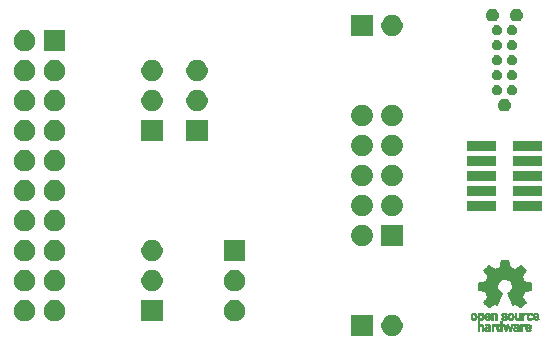
<source format=gts>
G04 #@! TF.GenerationSoftware,KiCad,Pcbnew,5.1.5-52549c5~84~ubuntu19.04.1*
G04 #@! TF.CreationDate,2019-12-10T10:59:35+01:00*
G04 #@! TF.ProjectId,jlink-tagConnect-adapter-v2,6a6c696e-6b2d-4746-9167-436f6e6e6563,rev?*
G04 #@! TF.SameCoordinates,Original*
G04 #@! TF.FileFunction,Soldermask,Top*
G04 #@! TF.FilePolarity,Negative*
%FSLAX46Y46*%
G04 Gerber Fmt 4.6, Leading zero omitted, Abs format (unit mm)*
G04 Created by KiCad (PCBNEW 5.1.5-52549c5~84~ubuntu19.04.1) date 2019-12-10 10:59:35*
%MOMM*%
%LPD*%
G04 APERTURE LIST*
%ADD10C,0.010000*%
%ADD11C,0.100000*%
G04 APERTURE END LIST*
D10*
G36*
X132456964Y-114130018D02*
G01*
X132513812Y-114431570D01*
X132933338Y-114604512D01*
X133184984Y-114433395D01*
X133255458Y-114385750D01*
X133319163Y-114343210D01*
X133373126Y-114307715D01*
X133414373Y-114281210D01*
X133439934Y-114265636D01*
X133446895Y-114262278D01*
X133459435Y-114270914D01*
X133486231Y-114294792D01*
X133524280Y-114330859D01*
X133570579Y-114376067D01*
X133622123Y-114427364D01*
X133675909Y-114481701D01*
X133728935Y-114536028D01*
X133778195Y-114587295D01*
X133820687Y-114632451D01*
X133853407Y-114668446D01*
X133873351Y-114692230D01*
X133878119Y-114700190D01*
X133871257Y-114714865D01*
X133852020Y-114747014D01*
X133822430Y-114793492D01*
X133784510Y-114851156D01*
X133740282Y-114916860D01*
X133714654Y-114954336D01*
X133667941Y-115022768D01*
X133626432Y-115084520D01*
X133592140Y-115136519D01*
X133567080Y-115175692D01*
X133553264Y-115198965D01*
X133551188Y-115203855D01*
X133555895Y-115217755D01*
X133568723Y-115250150D01*
X133587738Y-115296485D01*
X133611003Y-115352206D01*
X133636584Y-115412758D01*
X133662545Y-115473586D01*
X133686950Y-115530136D01*
X133707863Y-115577852D01*
X133723349Y-115612181D01*
X133731472Y-115628568D01*
X133731952Y-115629212D01*
X133744707Y-115632341D01*
X133778677Y-115639321D01*
X133830340Y-115649467D01*
X133896176Y-115662092D01*
X133972664Y-115676509D01*
X134017290Y-115684823D01*
X134099021Y-115700384D01*
X134172843Y-115715192D01*
X134235021Y-115728436D01*
X134281822Y-115739305D01*
X134309509Y-115746989D01*
X134315074Y-115749427D01*
X134320526Y-115765930D01*
X134324924Y-115803200D01*
X134328272Y-115856880D01*
X134330574Y-115922612D01*
X134331832Y-115996037D01*
X134332048Y-116072796D01*
X134331227Y-116148532D01*
X134329371Y-116218886D01*
X134326482Y-116279500D01*
X134322565Y-116326016D01*
X134317622Y-116354075D01*
X134314657Y-116359916D01*
X134296934Y-116366917D01*
X134259381Y-116376927D01*
X134206964Y-116388769D01*
X134144652Y-116401267D01*
X134122900Y-116405310D01*
X134018024Y-116424520D01*
X133935180Y-116439991D01*
X133871630Y-116452337D01*
X133824637Y-116462173D01*
X133791463Y-116470114D01*
X133769371Y-116476776D01*
X133755624Y-116482773D01*
X133747484Y-116488719D01*
X133746345Y-116489894D01*
X133734977Y-116508826D01*
X133717635Y-116545669D01*
X133696050Y-116595913D01*
X133671954Y-116655046D01*
X133647079Y-116718556D01*
X133623157Y-116781932D01*
X133601919Y-116840662D01*
X133585097Y-116890235D01*
X133574422Y-116926139D01*
X133571627Y-116943862D01*
X133571860Y-116944483D01*
X133581331Y-116958970D01*
X133602818Y-116990844D01*
X133634063Y-117036789D01*
X133672807Y-117093485D01*
X133716793Y-117157617D01*
X133729319Y-117175842D01*
X133773984Y-117241914D01*
X133813288Y-117302200D01*
X133845088Y-117353235D01*
X133867245Y-117391560D01*
X133877617Y-117413711D01*
X133878119Y-117416432D01*
X133869405Y-117430736D01*
X133845325Y-117459072D01*
X133808976Y-117498396D01*
X133763453Y-117545661D01*
X133711852Y-117597823D01*
X133657267Y-117651835D01*
X133602794Y-117704653D01*
X133551529Y-117753231D01*
X133506567Y-117794523D01*
X133471004Y-117825485D01*
X133447935Y-117843070D01*
X133441554Y-117845941D01*
X133426699Y-117839178D01*
X133396286Y-117820939D01*
X133355268Y-117794297D01*
X133323709Y-117772852D01*
X133266525Y-117733503D01*
X133198806Y-117687171D01*
X133130880Y-117640913D01*
X133094361Y-117616155D01*
X132970752Y-117532547D01*
X132866991Y-117588650D01*
X132819720Y-117613228D01*
X132779523Y-117632331D01*
X132752326Y-117643227D01*
X132745402Y-117644743D01*
X132737077Y-117633549D01*
X132720654Y-117601917D01*
X132697357Y-117552765D01*
X132668414Y-117489010D01*
X132635050Y-117413571D01*
X132598491Y-117329364D01*
X132559964Y-117239308D01*
X132520694Y-117146321D01*
X132481908Y-117053320D01*
X132444830Y-116963223D01*
X132410689Y-116878948D01*
X132380708Y-116803413D01*
X132356116Y-116739534D01*
X132338136Y-116690231D01*
X132327997Y-116658421D01*
X132326366Y-116647496D01*
X132339291Y-116633561D01*
X132367589Y-116610940D01*
X132405346Y-116584333D01*
X132408515Y-116582228D01*
X132506100Y-116504114D01*
X132584786Y-116412982D01*
X132643891Y-116311745D01*
X132682732Y-116203318D01*
X132700628Y-116090614D01*
X132696897Y-115976548D01*
X132670857Y-115864034D01*
X132621825Y-115755985D01*
X132607400Y-115732345D01*
X132532369Y-115636887D01*
X132443730Y-115560232D01*
X132344549Y-115502780D01*
X132237895Y-115464929D01*
X132126836Y-115447078D01*
X132014439Y-115449625D01*
X131903773Y-115472970D01*
X131797906Y-115517510D01*
X131699905Y-115583645D01*
X131669590Y-115610487D01*
X131592438Y-115694512D01*
X131536218Y-115782966D01*
X131497653Y-115882115D01*
X131476174Y-115980303D01*
X131470872Y-116090697D01*
X131488552Y-116201640D01*
X131527419Y-116309381D01*
X131585677Y-116410169D01*
X131661531Y-116500256D01*
X131753183Y-116575892D01*
X131765228Y-116583864D01*
X131803389Y-116609974D01*
X131832399Y-116632595D01*
X131846268Y-116647039D01*
X131846469Y-116647496D01*
X131843492Y-116663121D01*
X131831689Y-116698582D01*
X131812286Y-116750962D01*
X131786512Y-116817345D01*
X131755591Y-116894814D01*
X131720751Y-116980450D01*
X131683217Y-117071337D01*
X131644217Y-117164559D01*
X131604977Y-117257197D01*
X131566724Y-117346335D01*
X131530683Y-117429055D01*
X131498083Y-117502441D01*
X131470148Y-117563575D01*
X131448105Y-117609541D01*
X131433182Y-117637421D01*
X131427172Y-117644743D01*
X131408809Y-117639041D01*
X131374448Y-117623749D01*
X131330016Y-117601599D01*
X131305583Y-117588650D01*
X131201822Y-117532547D01*
X131078213Y-117616155D01*
X131015114Y-117658987D01*
X130946030Y-117706122D01*
X130881293Y-117750503D01*
X130848866Y-117772852D01*
X130803259Y-117803477D01*
X130764640Y-117827747D01*
X130738048Y-117842587D01*
X130729410Y-117845724D01*
X130716839Y-117837261D01*
X130689016Y-117813636D01*
X130648639Y-117777302D01*
X130598405Y-117730711D01*
X130541012Y-117676317D01*
X130504714Y-117641392D01*
X130441210Y-117578996D01*
X130386327Y-117523188D01*
X130342286Y-117476354D01*
X130311305Y-117440882D01*
X130295602Y-117419161D01*
X130294095Y-117414752D01*
X130301086Y-117397985D01*
X130320406Y-117364082D01*
X130349909Y-117316476D01*
X130387455Y-117258599D01*
X130430900Y-117193884D01*
X130443255Y-117175842D01*
X130488273Y-117110267D01*
X130528660Y-117051228D01*
X130562160Y-117002042D01*
X130586514Y-116966028D01*
X130599464Y-116946502D01*
X130600715Y-116944483D01*
X130598844Y-116928922D01*
X130588913Y-116894709D01*
X130572653Y-116846355D01*
X130551795Y-116788371D01*
X130528073Y-116725270D01*
X130503216Y-116661563D01*
X130478958Y-116601761D01*
X130457029Y-116550376D01*
X130439162Y-116511919D01*
X130427087Y-116490902D01*
X130426229Y-116489894D01*
X130418846Y-116483888D01*
X130406375Y-116477948D01*
X130386080Y-116471460D01*
X130355222Y-116463809D01*
X130311066Y-116454380D01*
X130250874Y-116442559D01*
X130171907Y-116427729D01*
X130071430Y-116409277D01*
X130049675Y-116405310D01*
X129985198Y-116392853D01*
X129928989Y-116380666D01*
X129886013Y-116369926D01*
X129861240Y-116361809D01*
X129857918Y-116359916D01*
X129852444Y-116343138D01*
X129847994Y-116305645D01*
X129844572Y-116251794D01*
X129842181Y-116185944D01*
X129840823Y-116112453D01*
X129840501Y-116035680D01*
X129841219Y-115959983D01*
X129842979Y-115889720D01*
X129845784Y-115829250D01*
X129849638Y-115782930D01*
X129854543Y-115755119D01*
X129857500Y-115749427D01*
X129873963Y-115743686D01*
X129911449Y-115734345D01*
X129966225Y-115722215D01*
X130034555Y-115708107D01*
X130112706Y-115692830D01*
X130155284Y-115684823D01*
X130236071Y-115669721D01*
X130308113Y-115656040D01*
X130367889Y-115644467D01*
X130411879Y-115635687D01*
X130436561Y-115630387D01*
X130440623Y-115629212D01*
X130447489Y-115615965D01*
X130462002Y-115584057D01*
X130482229Y-115538047D01*
X130506234Y-115482492D01*
X130532082Y-115421953D01*
X130557840Y-115360986D01*
X130581573Y-115304151D01*
X130601346Y-115256006D01*
X130615224Y-115221110D01*
X130621274Y-115204021D01*
X130621386Y-115203274D01*
X130614528Y-115189793D01*
X130595302Y-115158770D01*
X130565728Y-115113289D01*
X130527827Y-115056432D01*
X130483620Y-114991283D01*
X130457921Y-114953862D01*
X130411093Y-114885247D01*
X130369501Y-114822952D01*
X130335175Y-114770129D01*
X130310143Y-114729927D01*
X130296435Y-114705500D01*
X130294456Y-114700024D01*
X130302966Y-114687278D01*
X130326493Y-114660063D01*
X130362032Y-114621428D01*
X130406577Y-114574423D01*
X130457123Y-114522095D01*
X130510664Y-114467495D01*
X130564195Y-114413670D01*
X130614711Y-114363670D01*
X130659206Y-114320543D01*
X130694675Y-114287339D01*
X130718113Y-114267106D01*
X130725954Y-114262278D01*
X130738720Y-114269067D01*
X130769256Y-114288142D01*
X130814590Y-114317561D01*
X130871756Y-114355381D01*
X130937784Y-114399661D01*
X130987590Y-114433395D01*
X131239236Y-114604512D01*
X131448999Y-114518041D01*
X131658763Y-114431570D01*
X131715611Y-114130018D01*
X131772460Y-113828466D01*
X132400115Y-113828466D01*
X132456964Y-114130018D01*
G37*
X132456964Y-114130018D02*
X132513812Y-114431570D01*
X132933338Y-114604512D01*
X133184984Y-114433395D01*
X133255458Y-114385750D01*
X133319163Y-114343210D01*
X133373126Y-114307715D01*
X133414373Y-114281210D01*
X133439934Y-114265636D01*
X133446895Y-114262278D01*
X133459435Y-114270914D01*
X133486231Y-114294792D01*
X133524280Y-114330859D01*
X133570579Y-114376067D01*
X133622123Y-114427364D01*
X133675909Y-114481701D01*
X133728935Y-114536028D01*
X133778195Y-114587295D01*
X133820687Y-114632451D01*
X133853407Y-114668446D01*
X133873351Y-114692230D01*
X133878119Y-114700190D01*
X133871257Y-114714865D01*
X133852020Y-114747014D01*
X133822430Y-114793492D01*
X133784510Y-114851156D01*
X133740282Y-114916860D01*
X133714654Y-114954336D01*
X133667941Y-115022768D01*
X133626432Y-115084520D01*
X133592140Y-115136519D01*
X133567080Y-115175692D01*
X133553264Y-115198965D01*
X133551188Y-115203855D01*
X133555895Y-115217755D01*
X133568723Y-115250150D01*
X133587738Y-115296485D01*
X133611003Y-115352206D01*
X133636584Y-115412758D01*
X133662545Y-115473586D01*
X133686950Y-115530136D01*
X133707863Y-115577852D01*
X133723349Y-115612181D01*
X133731472Y-115628568D01*
X133731952Y-115629212D01*
X133744707Y-115632341D01*
X133778677Y-115639321D01*
X133830340Y-115649467D01*
X133896176Y-115662092D01*
X133972664Y-115676509D01*
X134017290Y-115684823D01*
X134099021Y-115700384D01*
X134172843Y-115715192D01*
X134235021Y-115728436D01*
X134281822Y-115739305D01*
X134309509Y-115746989D01*
X134315074Y-115749427D01*
X134320526Y-115765930D01*
X134324924Y-115803200D01*
X134328272Y-115856880D01*
X134330574Y-115922612D01*
X134331832Y-115996037D01*
X134332048Y-116072796D01*
X134331227Y-116148532D01*
X134329371Y-116218886D01*
X134326482Y-116279500D01*
X134322565Y-116326016D01*
X134317622Y-116354075D01*
X134314657Y-116359916D01*
X134296934Y-116366917D01*
X134259381Y-116376927D01*
X134206964Y-116388769D01*
X134144652Y-116401267D01*
X134122900Y-116405310D01*
X134018024Y-116424520D01*
X133935180Y-116439991D01*
X133871630Y-116452337D01*
X133824637Y-116462173D01*
X133791463Y-116470114D01*
X133769371Y-116476776D01*
X133755624Y-116482773D01*
X133747484Y-116488719D01*
X133746345Y-116489894D01*
X133734977Y-116508826D01*
X133717635Y-116545669D01*
X133696050Y-116595913D01*
X133671954Y-116655046D01*
X133647079Y-116718556D01*
X133623157Y-116781932D01*
X133601919Y-116840662D01*
X133585097Y-116890235D01*
X133574422Y-116926139D01*
X133571627Y-116943862D01*
X133571860Y-116944483D01*
X133581331Y-116958970D01*
X133602818Y-116990844D01*
X133634063Y-117036789D01*
X133672807Y-117093485D01*
X133716793Y-117157617D01*
X133729319Y-117175842D01*
X133773984Y-117241914D01*
X133813288Y-117302200D01*
X133845088Y-117353235D01*
X133867245Y-117391560D01*
X133877617Y-117413711D01*
X133878119Y-117416432D01*
X133869405Y-117430736D01*
X133845325Y-117459072D01*
X133808976Y-117498396D01*
X133763453Y-117545661D01*
X133711852Y-117597823D01*
X133657267Y-117651835D01*
X133602794Y-117704653D01*
X133551529Y-117753231D01*
X133506567Y-117794523D01*
X133471004Y-117825485D01*
X133447935Y-117843070D01*
X133441554Y-117845941D01*
X133426699Y-117839178D01*
X133396286Y-117820939D01*
X133355268Y-117794297D01*
X133323709Y-117772852D01*
X133266525Y-117733503D01*
X133198806Y-117687171D01*
X133130880Y-117640913D01*
X133094361Y-117616155D01*
X132970752Y-117532547D01*
X132866991Y-117588650D01*
X132819720Y-117613228D01*
X132779523Y-117632331D01*
X132752326Y-117643227D01*
X132745402Y-117644743D01*
X132737077Y-117633549D01*
X132720654Y-117601917D01*
X132697357Y-117552765D01*
X132668414Y-117489010D01*
X132635050Y-117413571D01*
X132598491Y-117329364D01*
X132559964Y-117239308D01*
X132520694Y-117146321D01*
X132481908Y-117053320D01*
X132444830Y-116963223D01*
X132410689Y-116878948D01*
X132380708Y-116803413D01*
X132356116Y-116739534D01*
X132338136Y-116690231D01*
X132327997Y-116658421D01*
X132326366Y-116647496D01*
X132339291Y-116633561D01*
X132367589Y-116610940D01*
X132405346Y-116584333D01*
X132408515Y-116582228D01*
X132506100Y-116504114D01*
X132584786Y-116412982D01*
X132643891Y-116311745D01*
X132682732Y-116203318D01*
X132700628Y-116090614D01*
X132696897Y-115976548D01*
X132670857Y-115864034D01*
X132621825Y-115755985D01*
X132607400Y-115732345D01*
X132532369Y-115636887D01*
X132443730Y-115560232D01*
X132344549Y-115502780D01*
X132237895Y-115464929D01*
X132126836Y-115447078D01*
X132014439Y-115449625D01*
X131903773Y-115472970D01*
X131797906Y-115517510D01*
X131699905Y-115583645D01*
X131669590Y-115610487D01*
X131592438Y-115694512D01*
X131536218Y-115782966D01*
X131497653Y-115882115D01*
X131476174Y-115980303D01*
X131470872Y-116090697D01*
X131488552Y-116201640D01*
X131527419Y-116309381D01*
X131585677Y-116410169D01*
X131661531Y-116500256D01*
X131753183Y-116575892D01*
X131765228Y-116583864D01*
X131803389Y-116609974D01*
X131832399Y-116632595D01*
X131846268Y-116647039D01*
X131846469Y-116647496D01*
X131843492Y-116663121D01*
X131831689Y-116698582D01*
X131812286Y-116750962D01*
X131786512Y-116817345D01*
X131755591Y-116894814D01*
X131720751Y-116980450D01*
X131683217Y-117071337D01*
X131644217Y-117164559D01*
X131604977Y-117257197D01*
X131566724Y-117346335D01*
X131530683Y-117429055D01*
X131498083Y-117502441D01*
X131470148Y-117563575D01*
X131448105Y-117609541D01*
X131433182Y-117637421D01*
X131427172Y-117644743D01*
X131408809Y-117639041D01*
X131374448Y-117623749D01*
X131330016Y-117601599D01*
X131305583Y-117588650D01*
X131201822Y-117532547D01*
X131078213Y-117616155D01*
X131015114Y-117658987D01*
X130946030Y-117706122D01*
X130881293Y-117750503D01*
X130848866Y-117772852D01*
X130803259Y-117803477D01*
X130764640Y-117827747D01*
X130738048Y-117842587D01*
X130729410Y-117845724D01*
X130716839Y-117837261D01*
X130689016Y-117813636D01*
X130648639Y-117777302D01*
X130598405Y-117730711D01*
X130541012Y-117676317D01*
X130504714Y-117641392D01*
X130441210Y-117578996D01*
X130386327Y-117523188D01*
X130342286Y-117476354D01*
X130311305Y-117440882D01*
X130295602Y-117419161D01*
X130294095Y-117414752D01*
X130301086Y-117397985D01*
X130320406Y-117364082D01*
X130349909Y-117316476D01*
X130387455Y-117258599D01*
X130430900Y-117193884D01*
X130443255Y-117175842D01*
X130488273Y-117110267D01*
X130528660Y-117051228D01*
X130562160Y-117002042D01*
X130586514Y-116966028D01*
X130599464Y-116946502D01*
X130600715Y-116944483D01*
X130598844Y-116928922D01*
X130588913Y-116894709D01*
X130572653Y-116846355D01*
X130551795Y-116788371D01*
X130528073Y-116725270D01*
X130503216Y-116661563D01*
X130478958Y-116601761D01*
X130457029Y-116550376D01*
X130439162Y-116511919D01*
X130427087Y-116490902D01*
X130426229Y-116489894D01*
X130418846Y-116483888D01*
X130406375Y-116477948D01*
X130386080Y-116471460D01*
X130355222Y-116463809D01*
X130311066Y-116454380D01*
X130250874Y-116442559D01*
X130171907Y-116427729D01*
X130071430Y-116409277D01*
X130049675Y-116405310D01*
X129985198Y-116392853D01*
X129928989Y-116380666D01*
X129886013Y-116369926D01*
X129861240Y-116361809D01*
X129857918Y-116359916D01*
X129852444Y-116343138D01*
X129847994Y-116305645D01*
X129844572Y-116251794D01*
X129842181Y-116185944D01*
X129840823Y-116112453D01*
X129840501Y-116035680D01*
X129841219Y-115959983D01*
X129842979Y-115889720D01*
X129845784Y-115829250D01*
X129849638Y-115782930D01*
X129854543Y-115755119D01*
X129857500Y-115749427D01*
X129873963Y-115743686D01*
X129911449Y-115734345D01*
X129966225Y-115722215D01*
X130034555Y-115708107D01*
X130112706Y-115692830D01*
X130155284Y-115684823D01*
X130236071Y-115669721D01*
X130308113Y-115656040D01*
X130367889Y-115644467D01*
X130411879Y-115635687D01*
X130436561Y-115630387D01*
X130440623Y-115629212D01*
X130447489Y-115615965D01*
X130462002Y-115584057D01*
X130482229Y-115538047D01*
X130506234Y-115482492D01*
X130532082Y-115421953D01*
X130557840Y-115360986D01*
X130581573Y-115304151D01*
X130601346Y-115256006D01*
X130615224Y-115221110D01*
X130621274Y-115204021D01*
X130621386Y-115203274D01*
X130614528Y-115189793D01*
X130595302Y-115158770D01*
X130565728Y-115113289D01*
X130527827Y-115056432D01*
X130483620Y-114991283D01*
X130457921Y-114953862D01*
X130411093Y-114885247D01*
X130369501Y-114822952D01*
X130335175Y-114770129D01*
X130310143Y-114729927D01*
X130296435Y-114705500D01*
X130294456Y-114700024D01*
X130302966Y-114687278D01*
X130326493Y-114660063D01*
X130362032Y-114621428D01*
X130406577Y-114574423D01*
X130457123Y-114522095D01*
X130510664Y-114467495D01*
X130564195Y-114413670D01*
X130614711Y-114363670D01*
X130659206Y-114320543D01*
X130694675Y-114287339D01*
X130718113Y-114267106D01*
X130725954Y-114262278D01*
X130738720Y-114269067D01*
X130769256Y-114288142D01*
X130814590Y-114317561D01*
X130871756Y-114355381D01*
X130937784Y-114399661D01*
X130987590Y-114433395D01*
X131239236Y-114604512D01*
X131448999Y-114518041D01*
X131658763Y-114431570D01*
X131715611Y-114130018D01*
X131772460Y-113828466D01*
X132400115Y-113828466D01*
X132456964Y-114130018D01*
G36*
X133879460Y-118298030D02*
G01*
X133922711Y-118311245D01*
X133950558Y-118327941D01*
X133959629Y-118341145D01*
X133957132Y-118356797D01*
X133940931Y-118381385D01*
X133927232Y-118398800D01*
X133898992Y-118430283D01*
X133877775Y-118443529D01*
X133859688Y-118442664D01*
X133806035Y-118429010D01*
X133766630Y-118429630D01*
X133734632Y-118445104D01*
X133723890Y-118454161D01*
X133689505Y-118486027D01*
X133689505Y-118902179D01*
X133551188Y-118902179D01*
X133551188Y-118298614D01*
X133620347Y-118298614D01*
X133661869Y-118300256D01*
X133683291Y-118306087D01*
X133689502Y-118317461D01*
X133689505Y-118317798D01*
X133692439Y-118329713D01*
X133705704Y-118328159D01*
X133724084Y-118319563D01*
X133762046Y-118303568D01*
X133792872Y-118293945D01*
X133832536Y-118291478D01*
X133879460Y-118298030D01*
G37*
X133879460Y-118298030D02*
X133922711Y-118311245D01*
X133950558Y-118327941D01*
X133959629Y-118341145D01*
X133957132Y-118356797D01*
X133940931Y-118381385D01*
X133927232Y-118398800D01*
X133898992Y-118430283D01*
X133877775Y-118443529D01*
X133859688Y-118442664D01*
X133806035Y-118429010D01*
X133766630Y-118429630D01*
X133734632Y-118445104D01*
X133723890Y-118454161D01*
X133689505Y-118486027D01*
X133689505Y-118902179D01*
X133551188Y-118902179D01*
X133551188Y-118298614D01*
X133620347Y-118298614D01*
X133661869Y-118300256D01*
X133683291Y-118306087D01*
X133689502Y-118317461D01*
X133689505Y-118317798D01*
X133692439Y-118329713D01*
X133705704Y-118328159D01*
X133724084Y-118319563D01*
X133762046Y-118303568D01*
X133792872Y-118293945D01*
X133832536Y-118291478D01*
X133879460Y-118298030D01*
G36*
X131325988Y-118309002D02*
G01*
X131357283Y-118323950D01*
X131387591Y-118345541D01*
X131410682Y-118370391D01*
X131427500Y-118402087D01*
X131438994Y-118444214D01*
X131446109Y-118500358D01*
X131449793Y-118574106D01*
X131450992Y-118669044D01*
X131451011Y-118678985D01*
X131451287Y-118902179D01*
X131312970Y-118902179D01*
X131312970Y-118696418D01*
X131312872Y-118620189D01*
X131312191Y-118564939D01*
X131310349Y-118526501D01*
X131306767Y-118500706D01*
X131300868Y-118483384D01*
X131292073Y-118470368D01*
X131279820Y-118457507D01*
X131236953Y-118429873D01*
X131190157Y-118424745D01*
X131145576Y-118442217D01*
X131130072Y-118455221D01*
X131118690Y-118467447D01*
X131110519Y-118480540D01*
X131105026Y-118498615D01*
X131101680Y-118525787D01*
X131099949Y-118566170D01*
X131099303Y-118623879D01*
X131099208Y-118694132D01*
X131099208Y-118902179D01*
X130960891Y-118902179D01*
X130960891Y-118298614D01*
X131030050Y-118298614D01*
X131071572Y-118300256D01*
X131092994Y-118306087D01*
X131099205Y-118317461D01*
X131099208Y-118317798D01*
X131102090Y-118328938D01*
X131114801Y-118327674D01*
X131140074Y-118315434D01*
X131197395Y-118297424D01*
X131262963Y-118295421D01*
X131325988Y-118309002D01*
G37*
X131325988Y-118309002D02*
X131357283Y-118323950D01*
X131387591Y-118345541D01*
X131410682Y-118370391D01*
X131427500Y-118402087D01*
X131438994Y-118444214D01*
X131446109Y-118500358D01*
X131449793Y-118574106D01*
X131450992Y-118669044D01*
X131451011Y-118678985D01*
X131451287Y-118902179D01*
X131312970Y-118902179D01*
X131312970Y-118696418D01*
X131312872Y-118620189D01*
X131312191Y-118564939D01*
X131310349Y-118526501D01*
X131306767Y-118500706D01*
X131300868Y-118483384D01*
X131292073Y-118470368D01*
X131279820Y-118457507D01*
X131236953Y-118429873D01*
X131190157Y-118424745D01*
X131145576Y-118442217D01*
X131130072Y-118455221D01*
X131118690Y-118467447D01*
X131110519Y-118480540D01*
X131105026Y-118498615D01*
X131101680Y-118525787D01*
X131099949Y-118566170D01*
X131099303Y-118623879D01*
X131099208Y-118694132D01*
X131099208Y-118902179D01*
X130960891Y-118902179D01*
X130960891Y-118298614D01*
X131030050Y-118298614D01*
X131071572Y-118300256D01*
X131092994Y-118306087D01*
X131099205Y-118317461D01*
X131099208Y-118317798D01*
X131102090Y-118328938D01*
X131114801Y-118327674D01*
X131140074Y-118315434D01*
X131197395Y-118297424D01*
X131262963Y-118295421D01*
X131325988Y-118309002D01*
G36*
X134757898Y-118296457D02*
G01*
X134790096Y-118304279D01*
X134851825Y-118332921D01*
X134904610Y-118376667D01*
X134941141Y-118429117D01*
X134946160Y-118440893D01*
X134953045Y-118471740D01*
X134957864Y-118517371D01*
X134959505Y-118563492D01*
X134959505Y-118650693D01*
X134777178Y-118650693D01*
X134701979Y-118650978D01*
X134649003Y-118652704D01*
X134615325Y-118657181D01*
X134598020Y-118665720D01*
X134594163Y-118679630D01*
X134600829Y-118700222D01*
X134612770Y-118724315D01*
X134646080Y-118764525D01*
X134692368Y-118784558D01*
X134748944Y-118783905D01*
X134813031Y-118762101D01*
X134868417Y-118735193D01*
X134914375Y-118771532D01*
X134960333Y-118807872D01*
X134917096Y-118847819D01*
X134859374Y-118885563D01*
X134788386Y-118908320D01*
X134712029Y-118914688D01*
X134638199Y-118903268D01*
X134626287Y-118899393D01*
X134561399Y-118865506D01*
X134513130Y-118814986D01*
X134480465Y-118746325D01*
X134462385Y-118658014D01*
X134462175Y-118656121D01*
X134460556Y-118559878D01*
X134467100Y-118525542D01*
X134594852Y-118525542D01*
X134606584Y-118530822D01*
X134638438Y-118534867D01*
X134685397Y-118537176D01*
X134715154Y-118537525D01*
X134770648Y-118537306D01*
X134805346Y-118535916D01*
X134823601Y-118532251D01*
X134829766Y-118525210D01*
X134828195Y-118513690D01*
X134826878Y-118509233D01*
X134804382Y-118467355D01*
X134769003Y-118433604D01*
X134737780Y-118418773D01*
X134696301Y-118419668D01*
X134654269Y-118438164D01*
X134619012Y-118468786D01*
X134597854Y-118506062D01*
X134594852Y-118525542D01*
X134467100Y-118525542D01*
X134476690Y-118475229D01*
X134508698Y-118404191D01*
X134554701Y-118348779D01*
X134612821Y-118311009D01*
X134681180Y-118292896D01*
X134757898Y-118296457D01*
G37*
X134757898Y-118296457D02*
X134790096Y-118304279D01*
X134851825Y-118332921D01*
X134904610Y-118376667D01*
X134941141Y-118429117D01*
X134946160Y-118440893D01*
X134953045Y-118471740D01*
X134957864Y-118517371D01*
X134959505Y-118563492D01*
X134959505Y-118650693D01*
X134777178Y-118650693D01*
X134701979Y-118650978D01*
X134649003Y-118652704D01*
X134615325Y-118657181D01*
X134598020Y-118665720D01*
X134594163Y-118679630D01*
X134600829Y-118700222D01*
X134612770Y-118724315D01*
X134646080Y-118764525D01*
X134692368Y-118784558D01*
X134748944Y-118783905D01*
X134813031Y-118762101D01*
X134868417Y-118735193D01*
X134914375Y-118771532D01*
X134960333Y-118807872D01*
X134917096Y-118847819D01*
X134859374Y-118885563D01*
X134788386Y-118908320D01*
X134712029Y-118914688D01*
X134638199Y-118903268D01*
X134626287Y-118899393D01*
X134561399Y-118865506D01*
X134513130Y-118814986D01*
X134480465Y-118746325D01*
X134462385Y-118658014D01*
X134462175Y-118656121D01*
X134460556Y-118559878D01*
X134467100Y-118525542D01*
X134594852Y-118525542D01*
X134606584Y-118530822D01*
X134638438Y-118534867D01*
X134685397Y-118537176D01*
X134715154Y-118537525D01*
X134770648Y-118537306D01*
X134805346Y-118535916D01*
X134823601Y-118532251D01*
X134829766Y-118525210D01*
X134828195Y-118513690D01*
X134826878Y-118509233D01*
X134804382Y-118467355D01*
X134769003Y-118433604D01*
X134737780Y-118418773D01*
X134696301Y-118419668D01*
X134654269Y-118438164D01*
X134619012Y-118468786D01*
X134597854Y-118506062D01*
X134594852Y-118525542D01*
X134467100Y-118525542D01*
X134476690Y-118475229D01*
X134508698Y-118404191D01*
X134554701Y-118348779D01*
X134612821Y-118311009D01*
X134681180Y-118292896D01*
X134757898Y-118296457D01*
G36*
X134297226Y-118303880D02*
G01*
X134370080Y-118334830D01*
X134393027Y-118349895D01*
X134422354Y-118373048D01*
X134440764Y-118391253D01*
X134443961Y-118397183D01*
X134434935Y-118410340D01*
X134411837Y-118432667D01*
X134393344Y-118448250D01*
X134342728Y-118488926D01*
X134302760Y-118455295D01*
X134271874Y-118433584D01*
X134241759Y-118426090D01*
X134207292Y-118427920D01*
X134152561Y-118441528D01*
X134114886Y-118469772D01*
X134091991Y-118515433D01*
X134081597Y-118581289D01*
X134081595Y-118581331D01*
X134082494Y-118654939D01*
X134096463Y-118708946D01*
X134124328Y-118745716D01*
X134143325Y-118758168D01*
X134193776Y-118773673D01*
X134247663Y-118773683D01*
X134294546Y-118758638D01*
X134305644Y-118751287D01*
X134333476Y-118732511D01*
X134355236Y-118729434D01*
X134378704Y-118743409D01*
X134404649Y-118768510D01*
X134445716Y-118810880D01*
X134400121Y-118848464D01*
X134329674Y-118890882D01*
X134250233Y-118911785D01*
X134167215Y-118910272D01*
X134112694Y-118896411D01*
X134048970Y-118862135D01*
X133998005Y-118808212D01*
X133974851Y-118770149D01*
X133956099Y-118715536D01*
X133946715Y-118646369D01*
X133946643Y-118571407D01*
X133955824Y-118499409D01*
X133974199Y-118439137D01*
X133977093Y-118432958D01*
X134019952Y-118372351D01*
X134077979Y-118328224D01*
X134146591Y-118301493D01*
X134221201Y-118293073D01*
X134297226Y-118303880D01*
G37*
X134297226Y-118303880D02*
X134370080Y-118334830D01*
X134393027Y-118349895D01*
X134422354Y-118373048D01*
X134440764Y-118391253D01*
X134443961Y-118397183D01*
X134434935Y-118410340D01*
X134411837Y-118432667D01*
X134393344Y-118448250D01*
X134342728Y-118488926D01*
X134302760Y-118455295D01*
X134271874Y-118433584D01*
X134241759Y-118426090D01*
X134207292Y-118427920D01*
X134152561Y-118441528D01*
X134114886Y-118469772D01*
X134091991Y-118515433D01*
X134081597Y-118581289D01*
X134081595Y-118581331D01*
X134082494Y-118654939D01*
X134096463Y-118708946D01*
X134124328Y-118745716D01*
X134143325Y-118758168D01*
X134193776Y-118773673D01*
X134247663Y-118773683D01*
X134294546Y-118758638D01*
X134305644Y-118751287D01*
X134333476Y-118732511D01*
X134355236Y-118729434D01*
X134378704Y-118743409D01*
X134404649Y-118768510D01*
X134445716Y-118810880D01*
X134400121Y-118848464D01*
X134329674Y-118890882D01*
X134250233Y-118911785D01*
X134167215Y-118910272D01*
X134112694Y-118896411D01*
X134048970Y-118862135D01*
X133998005Y-118808212D01*
X133974851Y-118770149D01*
X133956099Y-118715536D01*
X133946715Y-118646369D01*
X133946643Y-118571407D01*
X133955824Y-118499409D01*
X133974199Y-118439137D01*
X133977093Y-118432958D01*
X134019952Y-118372351D01*
X134077979Y-118328224D01*
X134146591Y-118301493D01*
X134221201Y-118293073D01*
X134297226Y-118303880D01*
G36*
X133073367Y-118494342D02*
G01*
X133074555Y-118586563D01*
X133078897Y-118656610D01*
X133087558Y-118707381D01*
X133101704Y-118741772D01*
X133122500Y-118762679D01*
X133151110Y-118773000D01*
X133186535Y-118775636D01*
X133223636Y-118772682D01*
X133251818Y-118761889D01*
X133272243Y-118740360D01*
X133286079Y-118705199D01*
X133294491Y-118653510D01*
X133298643Y-118582394D01*
X133299703Y-118494342D01*
X133299703Y-118298614D01*
X133438020Y-118298614D01*
X133438020Y-118902179D01*
X133368862Y-118902179D01*
X133327170Y-118900489D01*
X133305701Y-118894556D01*
X133299703Y-118883293D01*
X133296091Y-118873261D01*
X133281714Y-118875383D01*
X133252736Y-118889580D01*
X133186319Y-118911480D01*
X133115875Y-118909928D01*
X133048377Y-118886147D01*
X133016233Y-118867362D01*
X132991715Y-118847022D01*
X132973804Y-118821573D01*
X132961479Y-118787458D01*
X132953723Y-118741121D01*
X132949516Y-118679007D01*
X132947840Y-118597561D01*
X132947624Y-118534578D01*
X132947624Y-118298614D01*
X133073367Y-118298614D01*
X133073367Y-118494342D01*
G37*
X133073367Y-118494342D02*
X133074555Y-118586563D01*
X133078897Y-118656610D01*
X133087558Y-118707381D01*
X133101704Y-118741772D01*
X133122500Y-118762679D01*
X133151110Y-118773000D01*
X133186535Y-118775636D01*
X133223636Y-118772682D01*
X133251818Y-118761889D01*
X133272243Y-118740360D01*
X133286079Y-118705199D01*
X133294491Y-118653510D01*
X133298643Y-118582394D01*
X133299703Y-118494342D01*
X133299703Y-118298614D01*
X133438020Y-118298614D01*
X133438020Y-118902179D01*
X133368862Y-118902179D01*
X133327170Y-118900489D01*
X133305701Y-118894556D01*
X133299703Y-118883293D01*
X133296091Y-118873261D01*
X133281714Y-118875383D01*
X133252736Y-118889580D01*
X133186319Y-118911480D01*
X133115875Y-118909928D01*
X133048377Y-118886147D01*
X133016233Y-118867362D01*
X132991715Y-118847022D01*
X132973804Y-118821573D01*
X132961479Y-118787458D01*
X132953723Y-118741121D01*
X132949516Y-118679007D01*
X132947840Y-118597561D01*
X132947624Y-118534578D01*
X132947624Y-118298614D01*
X133073367Y-118298614D01*
X133073367Y-118494342D01*
G36*
X132690762Y-118306055D02*
G01*
X132754363Y-118340692D01*
X132804123Y-118395372D01*
X132827568Y-118439842D01*
X132837634Y-118479121D01*
X132844156Y-118535116D01*
X132846951Y-118599621D01*
X132845836Y-118664429D01*
X132840626Y-118721334D01*
X132834541Y-118751727D01*
X132814014Y-118793306D01*
X132778463Y-118837468D01*
X132735619Y-118876087D01*
X132693211Y-118901034D01*
X132692177Y-118901430D01*
X132639553Y-118912331D01*
X132577188Y-118912601D01*
X132517924Y-118902676D01*
X132495040Y-118894722D01*
X132436102Y-118861300D01*
X132393890Y-118817511D01*
X132366156Y-118759538D01*
X132350651Y-118683565D01*
X132347143Y-118643771D01*
X132347590Y-118593766D01*
X132482376Y-118593766D01*
X132486917Y-118666732D01*
X132499986Y-118722334D01*
X132520756Y-118757861D01*
X132535552Y-118768020D01*
X132573464Y-118775104D01*
X132618527Y-118773007D01*
X132657487Y-118762812D01*
X132667704Y-118757204D01*
X132694659Y-118724538D01*
X132712451Y-118674545D01*
X132720024Y-118613705D01*
X132716325Y-118548497D01*
X132708057Y-118509253D01*
X132684320Y-118463805D01*
X132646849Y-118435396D01*
X132601720Y-118425573D01*
X132555011Y-118435887D01*
X132519132Y-118461112D01*
X132500277Y-118481925D01*
X132489272Y-118502439D01*
X132484026Y-118530203D01*
X132482449Y-118572762D01*
X132482376Y-118593766D01*
X132347590Y-118593766D01*
X132348094Y-118537580D01*
X132365388Y-118450501D01*
X132399029Y-118382530D01*
X132449018Y-118333664D01*
X132515356Y-118303899D01*
X132529601Y-118300448D01*
X132615210Y-118292345D01*
X132690762Y-118306055D01*
G37*
X132690762Y-118306055D02*
X132754363Y-118340692D01*
X132804123Y-118395372D01*
X132827568Y-118439842D01*
X132837634Y-118479121D01*
X132844156Y-118535116D01*
X132846951Y-118599621D01*
X132845836Y-118664429D01*
X132840626Y-118721334D01*
X132834541Y-118751727D01*
X132814014Y-118793306D01*
X132778463Y-118837468D01*
X132735619Y-118876087D01*
X132693211Y-118901034D01*
X132692177Y-118901430D01*
X132639553Y-118912331D01*
X132577188Y-118912601D01*
X132517924Y-118902676D01*
X132495040Y-118894722D01*
X132436102Y-118861300D01*
X132393890Y-118817511D01*
X132366156Y-118759538D01*
X132350651Y-118683565D01*
X132347143Y-118643771D01*
X132347590Y-118593766D01*
X132482376Y-118593766D01*
X132486917Y-118666732D01*
X132499986Y-118722334D01*
X132520756Y-118757861D01*
X132535552Y-118768020D01*
X132573464Y-118775104D01*
X132618527Y-118773007D01*
X132657487Y-118762812D01*
X132667704Y-118757204D01*
X132694659Y-118724538D01*
X132712451Y-118674545D01*
X132720024Y-118613705D01*
X132716325Y-118548497D01*
X132708057Y-118509253D01*
X132684320Y-118463805D01*
X132646849Y-118435396D01*
X132601720Y-118425573D01*
X132555011Y-118435887D01*
X132519132Y-118461112D01*
X132500277Y-118481925D01*
X132489272Y-118502439D01*
X132484026Y-118530203D01*
X132482449Y-118572762D01*
X132482376Y-118593766D01*
X132347590Y-118593766D01*
X132348094Y-118537580D01*
X132365388Y-118450501D01*
X132399029Y-118382530D01*
X132449018Y-118333664D01*
X132515356Y-118303899D01*
X132529601Y-118300448D01*
X132615210Y-118292345D01*
X132690762Y-118306055D01*
G36*
X132094017Y-118296452D02*
G01*
X132141634Y-118305482D01*
X132191034Y-118324370D01*
X132196312Y-118326777D01*
X132233774Y-118346476D01*
X132259717Y-118364781D01*
X132268103Y-118376508D01*
X132260117Y-118395632D01*
X132240720Y-118423850D01*
X132232110Y-118434384D01*
X132196628Y-118475847D01*
X132150885Y-118448858D01*
X132107350Y-118430878D01*
X132057050Y-118421267D01*
X132008812Y-118420660D01*
X131971467Y-118429691D01*
X131962505Y-118435327D01*
X131945437Y-118461171D01*
X131943363Y-118490941D01*
X131956134Y-118514197D01*
X131963688Y-118518708D01*
X131986325Y-118524309D01*
X132026115Y-118530892D01*
X132075166Y-118537183D01*
X132084215Y-118538170D01*
X132162996Y-118551798D01*
X132220136Y-118574946D01*
X132258030Y-118609752D01*
X132279079Y-118658354D01*
X132285635Y-118717718D01*
X132276577Y-118785198D01*
X132247164Y-118838188D01*
X132197278Y-118876783D01*
X132126800Y-118901081D01*
X132048565Y-118910667D01*
X131984766Y-118910552D01*
X131933016Y-118901845D01*
X131897673Y-118889825D01*
X131853017Y-118868880D01*
X131811747Y-118844574D01*
X131797079Y-118833876D01*
X131759357Y-118803084D01*
X131804852Y-118757049D01*
X131850347Y-118711013D01*
X131902072Y-118745243D01*
X131953952Y-118770952D01*
X132009351Y-118784399D01*
X132062605Y-118785818D01*
X132108049Y-118775443D01*
X132140016Y-118753507D01*
X132150338Y-118734998D01*
X132148789Y-118705314D01*
X132123140Y-118682615D01*
X132073460Y-118666940D01*
X132019031Y-118659695D01*
X131935264Y-118645873D01*
X131873033Y-118619796D01*
X131831507Y-118580699D01*
X131809853Y-118527820D01*
X131806853Y-118465126D01*
X131821671Y-118399642D01*
X131855454Y-118350144D01*
X131908505Y-118316408D01*
X131981126Y-118298207D01*
X132034928Y-118294639D01*
X132094017Y-118296452D01*
G37*
X132094017Y-118296452D02*
X132141634Y-118305482D01*
X132191034Y-118324370D01*
X132196312Y-118326777D01*
X132233774Y-118346476D01*
X132259717Y-118364781D01*
X132268103Y-118376508D01*
X132260117Y-118395632D01*
X132240720Y-118423850D01*
X132232110Y-118434384D01*
X132196628Y-118475847D01*
X132150885Y-118448858D01*
X132107350Y-118430878D01*
X132057050Y-118421267D01*
X132008812Y-118420660D01*
X131971467Y-118429691D01*
X131962505Y-118435327D01*
X131945437Y-118461171D01*
X131943363Y-118490941D01*
X131956134Y-118514197D01*
X131963688Y-118518708D01*
X131986325Y-118524309D01*
X132026115Y-118530892D01*
X132075166Y-118537183D01*
X132084215Y-118538170D01*
X132162996Y-118551798D01*
X132220136Y-118574946D01*
X132258030Y-118609752D01*
X132279079Y-118658354D01*
X132285635Y-118717718D01*
X132276577Y-118785198D01*
X132247164Y-118838188D01*
X132197278Y-118876783D01*
X132126800Y-118901081D01*
X132048565Y-118910667D01*
X131984766Y-118910552D01*
X131933016Y-118901845D01*
X131897673Y-118889825D01*
X131853017Y-118868880D01*
X131811747Y-118844574D01*
X131797079Y-118833876D01*
X131759357Y-118803084D01*
X131804852Y-118757049D01*
X131850347Y-118711013D01*
X131902072Y-118745243D01*
X131953952Y-118770952D01*
X132009351Y-118784399D01*
X132062605Y-118785818D01*
X132108049Y-118775443D01*
X132140016Y-118753507D01*
X132150338Y-118734998D01*
X132148789Y-118705314D01*
X132123140Y-118682615D01*
X132073460Y-118666940D01*
X132019031Y-118659695D01*
X131935264Y-118645873D01*
X131873033Y-118619796D01*
X131831507Y-118580699D01*
X131809853Y-118527820D01*
X131806853Y-118465126D01*
X131821671Y-118399642D01*
X131855454Y-118350144D01*
X131908505Y-118316408D01*
X131981126Y-118298207D01*
X132034928Y-118294639D01*
X132094017Y-118296452D01*
G36*
X130723301Y-118312614D02*
G01*
X130735832Y-118318514D01*
X130779201Y-118350283D01*
X130820210Y-118396646D01*
X130850832Y-118447696D01*
X130859541Y-118471166D01*
X130867488Y-118513091D01*
X130872226Y-118563757D01*
X130872801Y-118584679D01*
X130872871Y-118650693D01*
X130492917Y-118650693D01*
X130501017Y-118685273D01*
X130520896Y-118726170D01*
X130555653Y-118761514D01*
X130597002Y-118784282D01*
X130623351Y-118789010D01*
X130659084Y-118783273D01*
X130701718Y-118768882D01*
X130716201Y-118762262D01*
X130769760Y-118735513D01*
X130815467Y-118770376D01*
X130841842Y-118793955D01*
X130855876Y-118813417D01*
X130856586Y-118819129D01*
X130844049Y-118832973D01*
X130816572Y-118854012D01*
X130791634Y-118870425D01*
X130724336Y-118899930D01*
X130648890Y-118913284D01*
X130574112Y-118909812D01*
X130514505Y-118891663D01*
X130453059Y-118852784D01*
X130409392Y-118801595D01*
X130382074Y-118735367D01*
X130369678Y-118651371D01*
X130368579Y-118612936D01*
X130372978Y-118524861D01*
X130373518Y-118522299D01*
X130499418Y-118522299D01*
X130502885Y-118530558D01*
X130517137Y-118535113D01*
X130546530Y-118537065D01*
X130595425Y-118537517D01*
X130614252Y-118537525D01*
X130671533Y-118536843D01*
X130707859Y-118534364D01*
X130727396Y-118529443D01*
X130734310Y-118521434D01*
X130734555Y-118518862D01*
X130726664Y-118498423D01*
X130706915Y-118469789D01*
X130698425Y-118459763D01*
X130666906Y-118431408D01*
X130634051Y-118420259D01*
X130616349Y-118419327D01*
X130568461Y-118430981D01*
X130528301Y-118462285D01*
X130502827Y-118507752D01*
X130502375Y-118509233D01*
X130499418Y-118522299D01*
X130373518Y-118522299D01*
X130387608Y-118455510D01*
X130413962Y-118400025D01*
X130446193Y-118360639D01*
X130505783Y-118317931D01*
X130575832Y-118295109D01*
X130650339Y-118293046D01*
X130723301Y-118312614D01*
G37*
X130723301Y-118312614D02*
X130735832Y-118318514D01*
X130779201Y-118350283D01*
X130820210Y-118396646D01*
X130850832Y-118447696D01*
X130859541Y-118471166D01*
X130867488Y-118513091D01*
X130872226Y-118563757D01*
X130872801Y-118584679D01*
X130872871Y-118650693D01*
X130492917Y-118650693D01*
X130501017Y-118685273D01*
X130520896Y-118726170D01*
X130555653Y-118761514D01*
X130597002Y-118784282D01*
X130623351Y-118789010D01*
X130659084Y-118783273D01*
X130701718Y-118768882D01*
X130716201Y-118762262D01*
X130769760Y-118735513D01*
X130815467Y-118770376D01*
X130841842Y-118793955D01*
X130855876Y-118813417D01*
X130856586Y-118819129D01*
X130844049Y-118832973D01*
X130816572Y-118854012D01*
X130791634Y-118870425D01*
X130724336Y-118899930D01*
X130648890Y-118913284D01*
X130574112Y-118909812D01*
X130514505Y-118891663D01*
X130453059Y-118852784D01*
X130409392Y-118801595D01*
X130382074Y-118735367D01*
X130369678Y-118651371D01*
X130368579Y-118612936D01*
X130372978Y-118524861D01*
X130373518Y-118522299D01*
X130499418Y-118522299D01*
X130502885Y-118530558D01*
X130517137Y-118535113D01*
X130546530Y-118537065D01*
X130595425Y-118537517D01*
X130614252Y-118537525D01*
X130671533Y-118536843D01*
X130707859Y-118534364D01*
X130727396Y-118529443D01*
X130734310Y-118521434D01*
X130734555Y-118518862D01*
X130726664Y-118498423D01*
X130706915Y-118469789D01*
X130698425Y-118459763D01*
X130666906Y-118431408D01*
X130634051Y-118420259D01*
X130616349Y-118419327D01*
X130568461Y-118430981D01*
X130528301Y-118462285D01*
X130502827Y-118507752D01*
X130502375Y-118509233D01*
X130499418Y-118522299D01*
X130373518Y-118522299D01*
X130387608Y-118455510D01*
X130413962Y-118400025D01*
X130446193Y-118360639D01*
X130505783Y-118317931D01*
X130575832Y-118295109D01*
X130650339Y-118293046D01*
X130723301Y-118312614D01*
G36*
X129541739Y-118305148D02*
G01*
X129607521Y-118334231D01*
X129657460Y-118382793D01*
X129691626Y-118450908D01*
X129710093Y-118538651D01*
X129711417Y-118552351D01*
X129712454Y-118648939D01*
X129699007Y-118733602D01*
X129671892Y-118802221D01*
X129657373Y-118824294D01*
X129606799Y-118871011D01*
X129542391Y-118901268D01*
X129470334Y-118913824D01*
X129396815Y-118907439D01*
X129340928Y-118887772D01*
X129292868Y-118854629D01*
X129253588Y-118811175D01*
X129252908Y-118810158D01*
X129236956Y-118783338D01*
X129226590Y-118756368D01*
X129220312Y-118722332D01*
X129216627Y-118674310D01*
X129215003Y-118634931D01*
X129214328Y-118599219D01*
X129340045Y-118599219D01*
X129341274Y-118634770D01*
X129345734Y-118682094D01*
X129353603Y-118712465D01*
X129367793Y-118734072D01*
X129381083Y-118746694D01*
X129428198Y-118773122D01*
X129477495Y-118776653D01*
X129523407Y-118757639D01*
X129546362Y-118736331D01*
X129562904Y-118714859D01*
X129572579Y-118694313D01*
X129576826Y-118667574D01*
X129577080Y-118627523D01*
X129575772Y-118590638D01*
X129572957Y-118537947D01*
X129568495Y-118503772D01*
X129560452Y-118481480D01*
X129546897Y-118464442D01*
X129536155Y-118454703D01*
X129491223Y-118429123D01*
X129442751Y-118427847D01*
X129402106Y-118442999D01*
X129367433Y-118474642D01*
X129346776Y-118526620D01*
X129340045Y-118599219D01*
X129214328Y-118599219D01*
X129213521Y-118556621D01*
X129216052Y-118498056D01*
X129223638Y-118454007D01*
X129237319Y-118419248D01*
X129258135Y-118388551D01*
X129265853Y-118379436D01*
X129314111Y-118334021D01*
X129365872Y-118307493D01*
X129429172Y-118296379D01*
X129460039Y-118295471D01*
X129541739Y-118305148D01*
G37*
X129541739Y-118305148D02*
X129607521Y-118334231D01*
X129657460Y-118382793D01*
X129691626Y-118450908D01*
X129710093Y-118538651D01*
X129711417Y-118552351D01*
X129712454Y-118648939D01*
X129699007Y-118733602D01*
X129671892Y-118802221D01*
X129657373Y-118824294D01*
X129606799Y-118871011D01*
X129542391Y-118901268D01*
X129470334Y-118913824D01*
X129396815Y-118907439D01*
X129340928Y-118887772D01*
X129292868Y-118854629D01*
X129253588Y-118811175D01*
X129252908Y-118810158D01*
X129236956Y-118783338D01*
X129226590Y-118756368D01*
X129220312Y-118722332D01*
X129216627Y-118674310D01*
X129215003Y-118634931D01*
X129214328Y-118599219D01*
X129340045Y-118599219D01*
X129341274Y-118634770D01*
X129345734Y-118682094D01*
X129353603Y-118712465D01*
X129367793Y-118734072D01*
X129381083Y-118746694D01*
X129428198Y-118773122D01*
X129477495Y-118776653D01*
X129523407Y-118757639D01*
X129546362Y-118736331D01*
X129562904Y-118714859D01*
X129572579Y-118694313D01*
X129576826Y-118667574D01*
X129577080Y-118627523D01*
X129575772Y-118590638D01*
X129572957Y-118537947D01*
X129568495Y-118503772D01*
X129560452Y-118481480D01*
X129546897Y-118464442D01*
X129536155Y-118454703D01*
X129491223Y-118429123D01*
X129442751Y-118427847D01*
X129402106Y-118442999D01*
X129367433Y-118474642D01*
X129346776Y-118526620D01*
X129340045Y-118599219D01*
X129214328Y-118599219D01*
X129213521Y-118556621D01*
X129216052Y-118498056D01*
X129223638Y-118454007D01*
X129237319Y-118419248D01*
X129258135Y-118388551D01*
X129265853Y-118379436D01*
X129314111Y-118334021D01*
X129365872Y-118307493D01*
X129429172Y-118296379D01*
X129460039Y-118295471D01*
X129541739Y-118305148D01*
G36*
X134112581Y-119244970D02*
G01*
X134172685Y-119260597D01*
X134223021Y-119292848D01*
X134247393Y-119316940D01*
X134287345Y-119373895D01*
X134310242Y-119439965D01*
X134318108Y-119521182D01*
X134318148Y-119527748D01*
X134318218Y-119593763D01*
X133938264Y-119593763D01*
X133946363Y-119628342D01*
X133960987Y-119659659D01*
X133986581Y-119692291D01*
X133991935Y-119697500D01*
X134037943Y-119725694D01*
X134090410Y-119730475D01*
X134150803Y-119711926D01*
X134161040Y-119706931D01*
X134192439Y-119691745D01*
X134213470Y-119683094D01*
X134217139Y-119682293D01*
X134229948Y-119690063D01*
X134254378Y-119709072D01*
X134266779Y-119719460D01*
X134292476Y-119743321D01*
X134300915Y-119759077D01*
X134295058Y-119773571D01*
X134291928Y-119777534D01*
X134270725Y-119794879D01*
X134235738Y-119815959D01*
X134211337Y-119828265D01*
X134142072Y-119849946D01*
X134065388Y-119856971D01*
X133992765Y-119848647D01*
X133972426Y-119842686D01*
X133909476Y-119808952D01*
X133862815Y-119757045D01*
X133832173Y-119686459D01*
X133817282Y-119596692D01*
X133815647Y-119549753D01*
X133820421Y-119481413D01*
X133940990Y-119481413D01*
X133952652Y-119486465D01*
X133983998Y-119490429D01*
X134029571Y-119492768D01*
X134060446Y-119493169D01*
X134115981Y-119492783D01*
X134151033Y-119490975D01*
X134170262Y-119486773D01*
X134178330Y-119479203D01*
X134179901Y-119468218D01*
X134169121Y-119434381D01*
X134141980Y-119400940D01*
X134106277Y-119375272D01*
X134070560Y-119364772D01*
X134022048Y-119374086D01*
X133980053Y-119401013D01*
X133950936Y-119439827D01*
X133940990Y-119481413D01*
X133820421Y-119481413D01*
X133822599Y-119450236D01*
X133844055Y-119370949D01*
X133880470Y-119311263D01*
X133932297Y-119270549D01*
X133999990Y-119248179D01*
X134036662Y-119243871D01*
X134112581Y-119244970D01*
G37*
X134112581Y-119244970D02*
X134172685Y-119260597D01*
X134223021Y-119292848D01*
X134247393Y-119316940D01*
X134287345Y-119373895D01*
X134310242Y-119439965D01*
X134318108Y-119521182D01*
X134318148Y-119527748D01*
X134318218Y-119593763D01*
X133938264Y-119593763D01*
X133946363Y-119628342D01*
X133960987Y-119659659D01*
X133986581Y-119692291D01*
X133991935Y-119697500D01*
X134037943Y-119725694D01*
X134090410Y-119730475D01*
X134150803Y-119711926D01*
X134161040Y-119706931D01*
X134192439Y-119691745D01*
X134213470Y-119683094D01*
X134217139Y-119682293D01*
X134229948Y-119690063D01*
X134254378Y-119709072D01*
X134266779Y-119719460D01*
X134292476Y-119743321D01*
X134300915Y-119759077D01*
X134295058Y-119773571D01*
X134291928Y-119777534D01*
X134270725Y-119794879D01*
X134235738Y-119815959D01*
X134211337Y-119828265D01*
X134142072Y-119849946D01*
X134065388Y-119856971D01*
X133992765Y-119848647D01*
X133972426Y-119842686D01*
X133909476Y-119808952D01*
X133862815Y-119757045D01*
X133832173Y-119686459D01*
X133817282Y-119596692D01*
X133815647Y-119549753D01*
X133820421Y-119481413D01*
X133940990Y-119481413D01*
X133952652Y-119486465D01*
X133983998Y-119490429D01*
X134029571Y-119492768D01*
X134060446Y-119493169D01*
X134115981Y-119492783D01*
X134151033Y-119490975D01*
X134170262Y-119486773D01*
X134178330Y-119479203D01*
X134179901Y-119468218D01*
X134169121Y-119434381D01*
X134141980Y-119400940D01*
X134106277Y-119375272D01*
X134070560Y-119364772D01*
X134022048Y-119374086D01*
X133980053Y-119401013D01*
X133950936Y-119439827D01*
X133940990Y-119481413D01*
X133820421Y-119481413D01*
X133822599Y-119450236D01*
X133844055Y-119370949D01*
X133880470Y-119311263D01*
X133932297Y-119270549D01*
X133999990Y-119248179D01*
X134036662Y-119243871D01*
X134112581Y-119244970D01*
G36*
X133715255Y-119241486D02*
G01*
X133763595Y-119251015D01*
X133791114Y-119265125D01*
X133820064Y-119288568D01*
X133778876Y-119340571D01*
X133753482Y-119372064D01*
X133736238Y-119387428D01*
X133719102Y-119389776D01*
X133694027Y-119382217D01*
X133682257Y-119377941D01*
X133634270Y-119371631D01*
X133590324Y-119385156D01*
X133558060Y-119415710D01*
X133552819Y-119425452D01*
X133547112Y-119451258D01*
X133542706Y-119498817D01*
X133539811Y-119564758D01*
X133538631Y-119645710D01*
X133538614Y-119657226D01*
X133538614Y-119857822D01*
X133400297Y-119857822D01*
X133400297Y-119241683D01*
X133469456Y-119241683D01*
X133509333Y-119242725D01*
X133530107Y-119247358D01*
X133537789Y-119257849D01*
X133538614Y-119267745D01*
X133538614Y-119293806D01*
X133571745Y-119267745D01*
X133609735Y-119249965D01*
X133660770Y-119241174D01*
X133715255Y-119241486D01*
G37*
X133715255Y-119241486D02*
X133763595Y-119251015D01*
X133791114Y-119265125D01*
X133820064Y-119288568D01*
X133778876Y-119340571D01*
X133753482Y-119372064D01*
X133736238Y-119387428D01*
X133719102Y-119389776D01*
X133694027Y-119382217D01*
X133682257Y-119377941D01*
X133634270Y-119371631D01*
X133590324Y-119385156D01*
X133558060Y-119415710D01*
X133552819Y-119425452D01*
X133547112Y-119451258D01*
X133542706Y-119498817D01*
X133539811Y-119564758D01*
X133538631Y-119645710D01*
X133538614Y-119657226D01*
X133538614Y-119857822D01*
X133400297Y-119857822D01*
X133400297Y-119241683D01*
X133469456Y-119241683D01*
X133509333Y-119242725D01*
X133530107Y-119247358D01*
X133537789Y-119257849D01*
X133538614Y-119267745D01*
X133538614Y-119293806D01*
X133571745Y-119267745D01*
X133609735Y-119249965D01*
X133660770Y-119241174D01*
X133715255Y-119241486D01*
G36*
X133118411Y-119245417D02*
G01*
X133171411Y-119258290D01*
X133186731Y-119265110D01*
X133216428Y-119282974D01*
X133239220Y-119303093D01*
X133256083Y-119328962D01*
X133267998Y-119364073D01*
X133275942Y-119411920D01*
X133280894Y-119475996D01*
X133283831Y-119559794D01*
X133284947Y-119615768D01*
X133289052Y-119857822D01*
X133218932Y-119857822D01*
X133176393Y-119856038D01*
X133154476Y-119849942D01*
X133148812Y-119839706D01*
X133145821Y-119828637D01*
X133132451Y-119830754D01*
X133114233Y-119839629D01*
X133068624Y-119853233D01*
X133010007Y-119856899D01*
X132948354Y-119850903D01*
X132893638Y-119835521D01*
X132888730Y-119833386D01*
X132838723Y-119798255D01*
X132805756Y-119749419D01*
X132790587Y-119692333D01*
X132791746Y-119671824D01*
X132915508Y-119671824D01*
X132926413Y-119699425D01*
X132958745Y-119719204D01*
X133010910Y-119729819D01*
X133038787Y-119731228D01*
X133085247Y-119727620D01*
X133116129Y-119713597D01*
X133123664Y-119706931D01*
X133144076Y-119670666D01*
X133148812Y-119637773D01*
X133148812Y-119593763D01*
X133087513Y-119593763D01*
X133016256Y-119597395D01*
X132966276Y-119608818D01*
X132934696Y-119628824D01*
X132927626Y-119637743D01*
X132915508Y-119671824D01*
X132791746Y-119671824D01*
X132793971Y-119632456D01*
X132816663Y-119575244D01*
X132847624Y-119536580D01*
X132866376Y-119519864D01*
X132884733Y-119508878D01*
X132908619Y-119502180D01*
X132943957Y-119498326D01*
X132996669Y-119495873D01*
X133017577Y-119495168D01*
X133148812Y-119490879D01*
X133148620Y-119451158D01*
X133143537Y-119409405D01*
X133125162Y-119384158D01*
X133088039Y-119368030D01*
X133087043Y-119367742D01*
X133034410Y-119361400D01*
X132982906Y-119369684D01*
X132944630Y-119389827D01*
X132929272Y-119399773D01*
X132912730Y-119398397D01*
X132887275Y-119383987D01*
X132872328Y-119373817D01*
X132843091Y-119352088D01*
X132824980Y-119335800D01*
X132822074Y-119331137D01*
X132834040Y-119307005D01*
X132869396Y-119278185D01*
X132884753Y-119268461D01*
X132928901Y-119251714D01*
X132988398Y-119242227D01*
X133054487Y-119240095D01*
X133118411Y-119245417D01*
G37*
X133118411Y-119245417D02*
X133171411Y-119258290D01*
X133186731Y-119265110D01*
X133216428Y-119282974D01*
X133239220Y-119303093D01*
X133256083Y-119328962D01*
X133267998Y-119364073D01*
X133275942Y-119411920D01*
X133280894Y-119475996D01*
X133283831Y-119559794D01*
X133284947Y-119615768D01*
X133289052Y-119857822D01*
X133218932Y-119857822D01*
X133176393Y-119856038D01*
X133154476Y-119849942D01*
X133148812Y-119839706D01*
X133145821Y-119828637D01*
X133132451Y-119830754D01*
X133114233Y-119839629D01*
X133068624Y-119853233D01*
X133010007Y-119856899D01*
X132948354Y-119850903D01*
X132893638Y-119835521D01*
X132888730Y-119833386D01*
X132838723Y-119798255D01*
X132805756Y-119749419D01*
X132790587Y-119692333D01*
X132791746Y-119671824D01*
X132915508Y-119671824D01*
X132926413Y-119699425D01*
X132958745Y-119719204D01*
X133010910Y-119729819D01*
X133038787Y-119731228D01*
X133085247Y-119727620D01*
X133116129Y-119713597D01*
X133123664Y-119706931D01*
X133144076Y-119670666D01*
X133148812Y-119637773D01*
X133148812Y-119593763D01*
X133087513Y-119593763D01*
X133016256Y-119597395D01*
X132966276Y-119608818D01*
X132934696Y-119628824D01*
X132927626Y-119637743D01*
X132915508Y-119671824D01*
X132791746Y-119671824D01*
X132793971Y-119632456D01*
X132816663Y-119575244D01*
X132847624Y-119536580D01*
X132866376Y-119519864D01*
X132884733Y-119508878D01*
X132908619Y-119502180D01*
X132943957Y-119498326D01*
X132996669Y-119495873D01*
X133017577Y-119495168D01*
X133148812Y-119490879D01*
X133148620Y-119451158D01*
X133143537Y-119409405D01*
X133125162Y-119384158D01*
X133088039Y-119368030D01*
X133087043Y-119367742D01*
X133034410Y-119361400D01*
X132982906Y-119369684D01*
X132944630Y-119389827D01*
X132929272Y-119399773D01*
X132912730Y-119398397D01*
X132887275Y-119383987D01*
X132872328Y-119373817D01*
X132843091Y-119352088D01*
X132824980Y-119335800D01*
X132822074Y-119331137D01*
X132834040Y-119307005D01*
X132869396Y-119278185D01*
X132884753Y-119268461D01*
X132928901Y-119251714D01*
X132988398Y-119242227D01*
X133054487Y-119240095D01*
X133118411Y-119245417D01*
G36*
X132361524Y-119244237D02*
G01*
X132411255Y-119247971D01*
X132541291Y-119637773D01*
X132561678Y-119568614D01*
X132573946Y-119525874D01*
X132590085Y-119468115D01*
X132607512Y-119404625D01*
X132616726Y-119370570D01*
X132651388Y-119241683D01*
X132794391Y-119241683D01*
X132751646Y-119376857D01*
X132730596Y-119443342D01*
X132705167Y-119523539D01*
X132678610Y-119607193D01*
X132654902Y-119681782D01*
X132600902Y-119851535D01*
X132542598Y-119855328D01*
X132484295Y-119859122D01*
X132452679Y-119754734D01*
X132433182Y-119689889D01*
X132411904Y-119618400D01*
X132393308Y-119555263D01*
X132392574Y-119552750D01*
X132378684Y-119509969D01*
X132366429Y-119480779D01*
X132357846Y-119469741D01*
X132356082Y-119471018D01*
X132349891Y-119488130D01*
X132338128Y-119524787D01*
X132322225Y-119576378D01*
X132303614Y-119638294D01*
X132293543Y-119672352D01*
X132239007Y-119857822D01*
X132123264Y-119857822D01*
X132030737Y-119565471D01*
X132004744Y-119483462D01*
X131981066Y-119408987D01*
X131960820Y-119345544D01*
X131945126Y-119296632D01*
X131935102Y-119265749D01*
X131932055Y-119256726D01*
X131934467Y-119247487D01*
X131953408Y-119243441D01*
X131992823Y-119243846D01*
X131998993Y-119244152D01*
X132072086Y-119247971D01*
X132119957Y-119424010D01*
X132137553Y-119488211D01*
X132153277Y-119544649D01*
X132165746Y-119588422D01*
X132173574Y-119614630D01*
X132175020Y-119618903D01*
X132181014Y-119613990D01*
X132193101Y-119588532D01*
X132209893Y-119545997D01*
X132230003Y-119489850D01*
X132247003Y-119439130D01*
X132311794Y-119240504D01*
X132361524Y-119244237D01*
G37*
X132361524Y-119244237D02*
X132411255Y-119247971D01*
X132541291Y-119637773D01*
X132561678Y-119568614D01*
X132573946Y-119525874D01*
X132590085Y-119468115D01*
X132607512Y-119404625D01*
X132616726Y-119370570D01*
X132651388Y-119241683D01*
X132794391Y-119241683D01*
X132751646Y-119376857D01*
X132730596Y-119443342D01*
X132705167Y-119523539D01*
X132678610Y-119607193D01*
X132654902Y-119681782D01*
X132600902Y-119851535D01*
X132542598Y-119855328D01*
X132484295Y-119859122D01*
X132452679Y-119754734D01*
X132433182Y-119689889D01*
X132411904Y-119618400D01*
X132393308Y-119555263D01*
X132392574Y-119552750D01*
X132378684Y-119509969D01*
X132366429Y-119480779D01*
X132357846Y-119469741D01*
X132356082Y-119471018D01*
X132349891Y-119488130D01*
X132338128Y-119524787D01*
X132322225Y-119576378D01*
X132303614Y-119638294D01*
X132293543Y-119672352D01*
X132239007Y-119857822D01*
X132123264Y-119857822D01*
X132030737Y-119565471D01*
X132004744Y-119483462D01*
X131981066Y-119408987D01*
X131960820Y-119345544D01*
X131945126Y-119296632D01*
X131935102Y-119265749D01*
X131932055Y-119256726D01*
X131934467Y-119247487D01*
X131953408Y-119243441D01*
X131992823Y-119243846D01*
X131998993Y-119244152D01*
X132072086Y-119247971D01*
X132119957Y-119424010D01*
X132137553Y-119488211D01*
X132153277Y-119544649D01*
X132165746Y-119588422D01*
X132173574Y-119614630D01*
X132175020Y-119618903D01*
X132181014Y-119613990D01*
X132193101Y-119588532D01*
X132209893Y-119545997D01*
X132230003Y-119489850D01*
X132247003Y-119439130D01*
X132311794Y-119240504D01*
X132361524Y-119244237D01*
G36*
X131878812Y-119857822D02*
G01*
X131809654Y-119857822D01*
X131769512Y-119856645D01*
X131748606Y-119851772D01*
X131741078Y-119841186D01*
X131740495Y-119834029D01*
X131739226Y-119819676D01*
X131731221Y-119816923D01*
X131710185Y-119825771D01*
X131693827Y-119834029D01*
X131631023Y-119853597D01*
X131562752Y-119854729D01*
X131507248Y-119840135D01*
X131455562Y-119804877D01*
X131416162Y-119752835D01*
X131394587Y-119691450D01*
X131394038Y-119688018D01*
X131390833Y-119650571D01*
X131389239Y-119596813D01*
X131389367Y-119556155D01*
X131526721Y-119556155D01*
X131529903Y-119610194D01*
X131537141Y-119654735D01*
X131546940Y-119679888D01*
X131584011Y-119714260D01*
X131628026Y-119726582D01*
X131673416Y-119716618D01*
X131712203Y-119686895D01*
X131726892Y-119666905D01*
X131735481Y-119643050D01*
X131739504Y-119608230D01*
X131740495Y-119555930D01*
X131738722Y-119504139D01*
X131734037Y-119458634D01*
X131727397Y-119428181D01*
X131726290Y-119425452D01*
X131699509Y-119393000D01*
X131660421Y-119375183D01*
X131616685Y-119372306D01*
X131575962Y-119384674D01*
X131545913Y-119412593D01*
X131542796Y-119418148D01*
X131533039Y-119452022D01*
X131527723Y-119500728D01*
X131526721Y-119556155D01*
X131389367Y-119556155D01*
X131389432Y-119535540D01*
X131390336Y-119502563D01*
X131396486Y-119420981D01*
X131409267Y-119359730D01*
X131430529Y-119314449D01*
X131462122Y-119280779D01*
X131492793Y-119261014D01*
X131535646Y-119247120D01*
X131588944Y-119242354D01*
X131643520Y-119246236D01*
X131690208Y-119258282D01*
X131714876Y-119272693D01*
X131740495Y-119295878D01*
X131740495Y-119002773D01*
X131878812Y-119002773D01*
X131878812Y-119857822D01*
G37*
X131878812Y-119857822D02*
X131809654Y-119857822D01*
X131769512Y-119856645D01*
X131748606Y-119851772D01*
X131741078Y-119841186D01*
X131740495Y-119834029D01*
X131739226Y-119819676D01*
X131731221Y-119816923D01*
X131710185Y-119825771D01*
X131693827Y-119834029D01*
X131631023Y-119853597D01*
X131562752Y-119854729D01*
X131507248Y-119840135D01*
X131455562Y-119804877D01*
X131416162Y-119752835D01*
X131394587Y-119691450D01*
X131394038Y-119688018D01*
X131390833Y-119650571D01*
X131389239Y-119596813D01*
X131389367Y-119556155D01*
X131526721Y-119556155D01*
X131529903Y-119610194D01*
X131537141Y-119654735D01*
X131546940Y-119679888D01*
X131584011Y-119714260D01*
X131628026Y-119726582D01*
X131673416Y-119716618D01*
X131712203Y-119686895D01*
X131726892Y-119666905D01*
X131735481Y-119643050D01*
X131739504Y-119608230D01*
X131740495Y-119555930D01*
X131738722Y-119504139D01*
X131734037Y-119458634D01*
X131727397Y-119428181D01*
X131726290Y-119425452D01*
X131699509Y-119393000D01*
X131660421Y-119375183D01*
X131616685Y-119372306D01*
X131575962Y-119384674D01*
X131545913Y-119412593D01*
X131542796Y-119418148D01*
X131533039Y-119452022D01*
X131527723Y-119500728D01*
X131526721Y-119556155D01*
X131389367Y-119556155D01*
X131389432Y-119535540D01*
X131390336Y-119502563D01*
X131396486Y-119420981D01*
X131409267Y-119359730D01*
X131430529Y-119314449D01*
X131462122Y-119280779D01*
X131492793Y-119261014D01*
X131535646Y-119247120D01*
X131588944Y-119242354D01*
X131643520Y-119246236D01*
X131690208Y-119258282D01*
X131714876Y-119272693D01*
X131740495Y-119295878D01*
X131740495Y-119002773D01*
X131878812Y-119002773D01*
X131878812Y-119857822D01*
G36*
X131086644Y-119243020D02*
G01*
X131105461Y-119248660D01*
X131111527Y-119261053D01*
X131111782Y-119266647D01*
X131112871Y-119282230D01*
X131120368Y-119284676D01*
X131140619Y-119273993D01*
X131152649Y-119266694D01*
X131190600Y-119251063D01*
X131235928Y-119243334D01*
X131283456Y-119242740D01*
X131328005Y-119248513D01*
X131364398Y-119259884D01*
X131387457Y-119276088D01*
X131392004Y-119296355D01*
X131389709Y-119301843D01*
X131372980Y-119324626D01*
X131347037Y-119352647D01*
X131342345Y-119357177D01*
X131317617Y-119378005D01*
X131296282Y-119384735D01*
X131266445Y-119380038D01*
X131254492Y-119376917D01*
X131217295Y-119369421D01*
X131191141Y-119372792D01*
X131169054Y-119384681D01*
X131148822Y-119400635D01*
X131133921Y-119420700D01*
X131123566Y-119448702D01*
X131116971Y-119488467D01*
X131113351Y-119543823D01*
X131111922Y-119618594D01*
X131111782Y-119663740D01*
X131111782Y-119857822D01*
X130986040Y-119857822D01*
X130986040Y-119241683D01*
X131048911Y-119241683D01*
X131086644Y-119243020D01*
G37*
X131086644Y-119243020D02*
X131105461Y-119248660D01*
X131111527Y-119261053D01*
X131111782Y-119266647D01*
X131112871Y-119282230D01*
X131120368Y-119284676D01*
X131140619Y-119273993D01*
X131152649Y-119266694D01*
X131190600Y-119251063D01*
X131235928Y-119243334D01*
X131283456Y-119242740D01*
X131328005Y-119248513D01*
X131364398Y-119259884D01*
X131387457Y-119276088D01*
X131392004Y-119296355D01*
X131389709Y-119301843D01*
X131372980Y-119324626D01*
X131347037Y-119352647D01*
X131342345Y-119357177D01*
X131317617Y-119378005D01*
X131296282Y-119384735D01*
X131266445Y-119380038D01*
X131254492Y-119376917D01*
X131217295Y-119369421D01*
X131191141Y-119372792D01*
X131169054Y-119384681D01*
X131148822Y-119400635D01*
X131133921Y-119420700D01*
X131123566Y-119448702D01*
X131116971Y-119488467D01*
X131113351Y-119543823D01*
X131111922Y-119618594D01*
X131111782Y-119663740D01*
X131111782Y-119857822D01*
X130986040Y-119857822D01*
X130986040Y-119241683D01*
X131048911Y-119241683D01*
X131086644Y-119243020D01*
G36*
X130695790Y-119246555D02*
G01*
X130754945Y-119262339D01*
X130799977Y-119290948D01*
X130831754Y-119328419D01*
X130841634Y-119344411D01*
X130848927Y-119361163D01*
X130854026Y-119382592D01*
X130857321Y-119412616D01*
X130859203Y-119455154D01*
X130860063Y-119514122D01*
X130860293Y-119593440D01*
X130860297Y-119614484D01*
X130860297Y-119857822D01*
X130799941Y-119857822D01*
X130761443Y-119855126D01*
X130732977Y-119848295D01*
X130725845Y-119844083D01*
X130706348Y-119836813D01*
X130686434Y-119844083D01*
X130653647Y-119853160D01*
X130606022Y-119856813D01*
X130553236Y-119855228D01*
X130504964Y-119848589D01*
X130476782Y-119840072D01*
X130422247Y-119805063D01*
X130388165Y-119756479D01*
X130372843Y-119691882D01*
X130372701Y-119690223D01*
X130374045Y-119661566D01*
X130495644Y-119661566D01*
X130506274Y-119694161D01*
X130523590Y-119712505D01*
X130558348Y-119726379D01*
X130604227Y-119731917D01*
X130651012Y-119729191D01*
X130688486Y-119718274D01*
X130698985Y-119711269D01*
X130717332Y-119678904D01*
X130721980Y-119642111D01*
X130721980Y-119593763D01*
X130652418Y-119593763D01*
X130586333Y-119598850D01*
X130536236Y-119613263D01*
X130505071Y-119635729D01*
X130495644Y-119661566D01*
X130374045Y-119661566D01*
X130376013Y-119619647D01*
X130399290Y-119563845D01*
X130443052Y-119521647D01*
X130449101Y-119517808D01*
X130475093Y-119505309D01*
X130507265Y-119497740D01*
X130552240Y-119494061D01*
X130605669Y-119493216D01*
X130721980Y-119493169D01*
X130721980Y-119444411D01*
X130717047Y-119406581D01*
X130704457Y-119381236D01*
X130702983Y-119379887D01*
X130674966Y-119368800D01*
X130632674Y-119364503D01*
X130585936Y-119366615D01*
X130544582Y-119374756D01*
X130520043Y-119386965D01*
X130506747Y-119396746D01*
X130492706Y-119398613D01*
X130473329Y-119390600D01*
X130444024Y-119370739D01*
X130400197Y-119337063D01*
X130396175Y-119333909D01*
X130398236Y-119322236D01*
X130415432Y-119302822D01*
X130441567Y-119281248D01*
X130470448Y-119263096D01*
X130479522Y-119258809D01*
X130512620Y-119250256D01*
X130561120Y-119244155D01*
X130615305Y-119241708D01*
X130617839Y-119241703D01*
X130695790Y-119246555D01*
G37*
X130695790Y-119246555D02*
X130754945Y-119262339D01*
X130799977Y-119290948D01*
X130831754Y-119328419D01*
X130841634Y-119344411D01*
X130848927Y-119361163D01*
X130854026Y-119382592D01*
X130857321Y-119412616D01*
X130859203Y-119455154D01*
X130860063Y-119514122D01*
X130860293Y-119593440D01*
X130860297Y-119614484D01*
X130860297Y-119857822D01*
X130799941Y-119857822D01*
X130761443Y-119855126D01*
X130732977Y-119848295D01*
X130725845Y-119844083D01*
X130706348Y-119836813D01*
X130686434Y-119844083D01*
X130653647Y-119853160D01*
X130606022Y-119856813D01*
X130553236Y-119855228D01*
X130504964Y-119848589D01*
X130476782Y-119840072D01*
X130422247Y-119805063D01*
X130388165Y-119756479D01*
X130372843Y-119691882D01*
X130372701Y-119690223D01*
X130374045Y-119661566D01*
X130495644Y-119661566D01*
X130506274Y-119694161D01*
X130523590Y-119712505D01*
X130558348Y-119726379D01*
X130604227Y-119731917D01*
X130651012Y-119729191D01*
X130688486Y-119718274D01*
X130698985Y-119711269D01*
X130717332Y-119678904D01*
X130721980Y-119642111D01*
X130721980Y-119593763D01*
X130652418Y-119593763D01*
X130586333Y-119598850D01*
X130536236Y-119613263D01*
X130505071Y-119635729D01*
X130495644Y-119661566D01*
X130374045Y-119661566D01*
X130376013Y-119619647D01*
X130399290Y-119563845D01*
X130443052Y-119521647D01*
X130449101Y-119517808D01*
X130475093Y-119505309D01*
X130507265Y-119497740D01*
X130552240Y-119494061D01*
X130605669Y-119493216D01*
X130721980Y-119493169D01*
X130721980Y-119444411D01*
X130717047Y-119406581D01*
X130704457Y-119381236D01*
X130702983Y-119379887D01*
X130674966Y-119368800D01*
X130632674Y-119364503D01*
X130585936Y-119366615D01*
X130544582Y-119374756D01*
X130520043Y-119386965D01*
X130506747Y-119396746D01*
X130492706Y-119398613D01*
X130473329Y-119390600D01*
X130444024Y-119370739D01*
X130400197Y-119337063D01*
X130396175Y-119333909D01*
X130398236Y-119322236D01*
X130415432Y-119302822D01*
X130441567Y-119281248D01*
X130470448Y-119263096D01*
X130479522Y-119258809D01*
X130512620Y-119250256D01*
X130561120Y-119244155D01*
X130615305Y-119241708D01*
X130617839Y-119241703D01*
X130695790Y-119246555D01*
G36*
X130171241Y-118309184D02*
G01*
X130197753Y-118322282D01*
X130230447Y-118345106D01*
X130254275Y-118369996D01*
X130270594Y-118401249D01*
X130280760Y-118443166D01*
X130286128Y-118500044D01*
X130288056Y-118576184D01*
X130288169Y-118608917D01*
X130287839Y-118680656D01*
X130286473Y-118731927D01*
X130283500Y-118767404D01*
X130278351Y-118791763D01*
X130270457Y-118809680D01*
X130262243Y-118821902D01*
X130209813Y-118873905D01*
X130148070Y-118905184D01*
X130081464Y-118914592D01*
X130014442Y-118900980D01*
X129993208Y-118891354D01*
X129942376Y-118864859D01*
X129942376Y-119280052D01*
X129979475Y-119260868D01*
X130028357Y-119246025D01*
X130088439Y-119242222D01*
X130148436Y-119249243D01*
X130193744Y-119265013D01*
X130231325Y-119295047D01*
X130263436Y-119338024D01*
X130265850Y-119342436D01*
X130276033Y-119363221D01*
X130283470Y-119384170D01*
X130288589Y-119409548D01*
X130291819Y-119443618D01*
X130293587Y-119490641D01*
X130294323Y-119554882D01*
X130294456Y-119627176D01*
X130294456Y-119857822D01*
X130156139Y-119857822D01*
X130156139Y-119432533D01*
X130117451Y-119399979D01*
X130077262Y-119373940D01*
X130039203Y-119369205D01*
X130000934Y-119381389D01*
X129980538Y-119393320D01*
X129965358Y-119410313D01*
X129954562Y-119435995D01*
X129947317Y-119473991D01*
X129942792Y-119527926D01*
X129940156Y-119601425D01*
X129939228Y-119650347D01*
X129936089Y-119851535D01*
X129870074Y-119855336D01*
X129804060Y-119859136D01*
X129804060Y-118610650D01*
X129942376Y-118610650D01*
X129945903Y-118680254D01*
X129957785Y-118728569D01*
X129979980Y-118758631D01*
X130014441Y-118773471D01*
X130049258Y-118776436D01*
X130088671Y-118773028D01*
X130114829Y-118759617D01*
X130131186Y-118741896D01*
X130144063Y-118722835D01*
X130151728Y-118701601D01*
X130155139Y-118671849D01*
X130155251Y-118627236D01*
X130154103Y-118589880D01*
X130151468Y-118533604D01*
X130147544Y-118496658D01*
X130140937Y-118473223D01*
X130130251Y-118457480D01*
X130120167Y-118448380D01*
X130078030Y-118428537D01*
X130028160Y-118425332D01*
X129999524Y-118432168D01*
X129971172Y-118456464D01*
X129952391Y-118503728D01*
X129943288Y-118573624D01*
X129942376Y-118610650D01*
X129804060Y-118610650D01*
X129804060Y-118298614D01*
X129873218Y-118298614D01*
X129914740Y-118300256D01*
X129936162Y-118306087D01*
X129942374Y-118317461D01*
X129942376Y-118317798D01*
X129945258Y-118328938D01*
X129957970Y-118327673D01*
X129983243Y-118315433D01*
X130042131Y-118296707D01*
X130108385Y-118294739D01*
X130171241Y-118309184D01*
G37*
X130171241Y-118309184D02*
X130197753Y-118322282D01*
X130230447Y-118345106D01*
X130254275Y-118369996D01*
X130270594Y-118401249D01*
X130280760Y-118443166D01*
X130286128Y-118500044D01*
X130288056Y-118576184D01*
X130288169Y-118608917D01*
X130287839Y-118680656D01*
X130286473Y-118731927D01*
X130283500Y-118767404D01*
X130278351Y-118791763D01*
X130270457Y-118809680D01*
X130262243Y-118821902D01*
X130209813Y-118873905D01*
X130148070Y-118905184D01*
X130081464Y-118914592D01*
X130014442Y-118900980D01*
X129993208Y-118891354D01*
X129942376Y-118864859D01*
X129942376Y-119280052D01*
X129979475Y-119260868D01*
X130028357Y-119246025D01*
X130088439Y-119242222D01*
X130148436Y-119249243D01*
X130193744Y-119265013D01*
X130231325Y-119295047D01*
X130263436Y-119338024D01*
X130265850Y-119342436D01*
X130276033Y-119363221D01*
X130283470Y-119384170D01*
X130288589Y-119409548D01*
X130291819Y-119443618D01*
X130293587Y-119490641D01*
X130294323Y-119554882D01*
X130294456Y-119627176D01*
X130294456Y-119857822D01*
X130156139Y-119857822D01*
X130156139Y-119432533D01*
X130117451Y-119399979D01*
X130077262Y-119373940D01*
X130039203Y-119369205D01*
X130000934Y-119381389D01*
X129980538Y-119393320D01*
X129965358Y-119410313D01*
X129954562Y-119435995D01*
X129947317Y-119473991D01*
X129942792Y-119527926D01*
X129940156Y-119601425D01*
X129939228Y-119650347D01*
X129936089Y-119851535D01*
X129870074Y-119855336D01*
X129804060Y-119859136D01*
X129804060Y-118610650D01*
X129942376Y-118610650D01*
X129945903Y-118680254D01*
X129957785Y-118728569D01*
X129979980Y-118758631D01*
X130014441Y-118773471D01*
X130049258Y-118776436D01*
X130088671Y-118773028D01*
X130114829Y-118759617D01*
X130131186Y-118741896D01*
X130144063Y-118722835D01*
X130151728Y-118701601D01*
X130155139Y-118671849D01*
X130155251Y-118627236D01*
X130154103Y-118589880D01*
X130151468Y-118533604D01*
X130147544Y-118496658D01*
X130140937Y-118473223D01*
X130130251Y-118457480D01*
X130120167Y-118448380D01*
X130078030Y-118428537D01*
X130028160Y-118425332D01*
X129999524Y-118432168D01*
X129971172Y-118456464D01*
X129952391Y-118503728D01*
X129943288Y-118573624D01*
X129942376Y-118610650D01*
X129804060Y-118610650D01*
X129804060Y-118298614D01*
X129873218Y-118298614D01*
X129914740Y-118300256D01*
X129936162Y-118306087D01*
X129942374Y-118317461D01*
X129942376Y-118317798D01*
X129945258Y-118328938D01*
X129957970Y-118327673D01*
X129983243Y-118315433D01*
X130042131Y-118296707D01*
X130108385Y-118294739D01*
X130171241Y-118309184D01*
D11*
G36*
X122668512Y-118483927D02*
G01*
X122817812Y-118513624D01*
X122981784Y-118581544D01*
X123129354Y-118680147D01*
X123254853Y-118805646D01*
X123353456Y-118953216D01*
X123421376Y-119117188D01*
X123456000Y-119291259D01*
X123456000Y-119468741D01*
X123421376Y-119642812D01*
X123353456Y-119806784D01*
X123254853Y-119954354D01*
X123129354Y-120079853D01*
X122981784Y-120178456D01*
X122817812Y-120246376D01*
X122668512Y-120276073D01*
X122643742Y-120281000D01*
X122466258Y-120281000D01*
X122441488Y-120276073D01*
X122292188Y-120246376D01*
X122128216Y-120178456D01*
X121980646Y-120079853D01*
X121855147Y-119954354D01*
X121756544Y-119806784D01*
X121688624Y-119642812D01*
X121654000Y-119468741D01*
X121654000Y-119291259D01*
X121688624Y-119117188D01*
X121756544Y-118953216D01*
X121855147Y-118805646D01*
X121980646Y-118680147D01*
X122128216Y-118581544D01*
X122292188Y-118513624D01*
X122441488Y-118483927D01*
X122466258Y-118479000D01*
X122643742Y-118479000D01*
X122668512Y-118483927D01*
G37*
G36*
X120916000Y-120281000D02*
G01*
X119114000Y-120281000D01*
X119114000Y-118479000D01*
X120916000Y-118479000D01*
X120916000Y-120281000D01*
G37*
G36*
X94093512Y-117213927D02*
G01*
X94242812Y-117243624D01*
X94406784Y-117311544D01*
X94554354Y-117410147D01*
X94679853Y-117535646D01*
X94778456Y-117683216D01*
X94846376Y-117847188D01*
X94881000Y-118021259D01*
X94881000Y-118198741D01*
X94846376Y-118372812D01*
X94778456Y-118536784D01*
X94679853Y-118684354D01*
X94554354Y-118809853D01*
X94406784Y-118908456D01*
X94242812Y-118976376D01*
X94093512Y-119006073D01*
X94068742Y-119011000D01*
X93891258Y-119011000D01*
X93866488Y-119006073D01*
X93717188Y-118976376D01*
X93553216Y-118908456D01*
X93405646Y-118809853D01*
X93280147Y-118684354D01*
X93181544Y-118536784D01*
X93113624Y-118372812D01*
X93079000Y-118198741D01*
X93079000Y-118021259D01*
X93113624Y-117847188D01*
X93181544Y-117683216D01*
X93280147Y-117535646D01*
X93405646Y-117410147D01*
X93553216Y-117311544D01*
X93717188Y-117243624D01*
X93866488Y-117213927D01*
X93891258Y-117209000D01*
X94068742Y-117209000D01*
X94093512Y-117213927D01*
G37*
G36*
X91553512Y-117213927D02*
G01*
X91702812Y-117243624D01*
X91866784Y-117311544D01*
X92014354Y-117410147D01*
X92139853Y-117535646D01*
X92238456Y-117683216D01*
X92306376Y-117847188D01*
X92341000Y-118021259D01*
X92341000Y-118198741D01*
X92306376Y-118372812D01*
X92238456Y-118536784D01*
X92139853Y-118684354D01*
X92014354Y-118809853D01*
X91866784Y-118908456D01*
X91702812Y-118976376D01*
X91553512Y-119006073D01*
X91528742Y-119011000D01*
X91351258Y-119011000D01*
X91326488Y-119006073D01*
X91177188Y-118976376D01*
X91013216Y-118908456D01*
X90865646Y-118809853D01*
X90740147Y-118684354D01*
X90641544Y-118536784D01*
X90573624Y-118372812D01*
X90539000Y-118198741D01*
X90539000Y-118021259D01*
X90573624Y-117847188D01*
X90641544Y-117683216D01*
X90740147Y-117535646D01*
X90865646Y-117410147D01*
X91013216Y-117311544D01*
X91177188Y-117243624D01*
X91326488Y-117213927D01*
X91351258Y-117209000D01*
X91528742Y-117209000D01*
X91553512Y-117213927D01*
G37*
G36*
X109333512Y-117213927D02*
G01*
X109482812Y-117243624D01*
X109646784Y-117311544D01*
X109794354Y-117410147D01*
X109919853Y-117535646D01*
X110018456Y-117683216D01*
X110086376Y-117847188D01*
X110121000Y-118021259D01*
X110121000Y-118198741D01*
X110086376Y-118372812D01*
X110018456Y-118536784D01*
X109919853Y-118684354D01*
X109794354Y-118809853D01*
X109646784Y-118908456D01*
X109482812Y-118976376D01*
X109333512Y-119006073D01*
X109308742Y-119011000D01*
X109131258Y-119011000D01*
X109106488Y-119006073D01*
X108957188Y-118976376D01*
X108793216Y-118908456D01*
X108645646Y-118809853D01*
X108520147Y-118684354D01*
X108421544Y-118536784D01*
X108353624Y-118372812D01*
X108319000Y-118198741D01*
X108319000Y-118021259D01*
X108353624Y-117847188D01*
X108421544Y-117683216D01*
X108520147Y-117535646D01*
X108645646Y-117410147D01*
X108793216Y-117311544D01*
X108957188Y-117243624D01*
X109106488Y-117213927D01*
X109131258Y-117209000D01*
X109308742Y-117209000D01*
X109333512Y-117213927D01*
G37*
G36*
X103136000Y-119011000D02*
G01*
X101334000Y-119011000D01*
X101334000Y-117209000D01*
X103136000Y-117209000D01*
X103136000Y-119011000D01*
G37*
G36*
X91553512Y-114673927D02*
G01*
X91702812Y-114703624D01*
X91866784Y-114771544D01*
X92014354Y-114870147D01*
X92139853Y-114995646D01*
X92238456Y-115143216D01*
X92306376Y-115307188D01*
X92341000Y-115481259D01*
X92341000Y-115658741D01*
X92306376Y-115832812D01*
X92238456Y-115996784D01*
X92139853Y-116144354D01*
X92014354Y-116269853D01*
X91866784Y-116368456D01*
X91702812Y-116436376D01*
X91553512Y-116466073D01*
X91528742Y-116471000D01*
X91351258Y-116471000D01*
X91326488Y-116466073D01*
X91177188Y-116436376D01*
X91013216Y-116368456D01*
X90865646Y-116269853D01*
X90740147Y-116144354D01*
X90641544Y-115996784D01*
X90573624Y-115832812D01*
X90539000Y-115658741D01*
X90539000Y-115481259D01*
X90573624Y-115307188D01*
X90641544Y-115143216D01*
X90740147Y-114995646D01*
X90865646Y-114870147D01*
X91013216Y-114771544D01*
X91177188Y-114703624D01*
X91326488Y-114673927D01*
X91351258Y-114669000D01*
X91528742Y-114669000D01*
X91553512Y-114673927D01*
G37*
G36*
X94093512Y-114673927D02*
G01*
X94242812Y-114703624D01*
X94406784Y-114771544D01*
X94554354Y-114870147D01*
X94679853Y-114995646D01*
X94778456Y-115143216D01*
X94846376Y-115307188D01*
X94881000Y-115481259D01*
X94881000Y-115658741D01*
X94846376Y-115832812D01*
X94778456Y-115996784D01*
X94679853Y-116144354D01*
X94554354Y-116269853D01*
X94406784Y-116368456D01*
X94242812Y-116436376D01*
X94093512Y-116466073D01*
X94068742Y-116471000D01*
X93891258Y-116471000D01*
X93866488Y-116466073D01*
X93717188Y-116436376D01*
X93553216Y-116368456D01*
X93405646Y-116269853D01*
X93280147Y-116144354D01*
X93181544Y-115996784D01*
X93113624Y-115832812D01*
X93079000Y-115658741D01*
X93079000Y-115481259D01*
X93113624Y-115307188D01*
X93181544Y-115143216D01*
X93280147Y-114995646D01*
X93405646Y-114870147D01*
X93553216Y-114771544D01*
X93717188Y-114703624D01*
X93866488Y-114673927D01*
X93891258Y-114669000D01*
X94068742Y-114669000D01*
X94093512Y-114673927D01*
G37*
G36*
X102348512Y-114673927D02*
G01*
X102497812Y-114703624D01*
X102661784Y-114771544D01*
X102809354Y-114870147D01*
X102934853Y-114995646D01*
X103033456Y-115143216D01*
X103101376Y-115307188D01*
X103136000Y-115481259D01*
X103136000Y-115658741D01*
X103101376Y-115832812D01*
X103033456Y-115996784D01*
X102934853Y-116144354D01*
X102809354Y-116269853D01*
X102661784Y-116368456D01*
X102497812Y-116436376D01*
X102348512Y-116466073D01*
X102323742Y-116471000D01*
X102146258Y-116471000D01*
X102121488Y-116466073D01*
X101972188Y-116436376D01*
X101808216Y-116368456D01*
X101660646Y-116269853D01*
X101535147Y-116144354D01*
X101436544Y-115996784D01*
X101368624Y-115832812D01*
X101334000Y-115658741D01*
X101334000Y-115481259D01*
X101368624Y-115307188D01*
X101436544Y-115143216D01*
X101535147Y-114995646D01*
X101660646Y-114870147D01*
X101808216Y-114771544D01*
X101972188Y-114703624D01*
X102121488Y-114673927D01*
X102146258Y-114669000D01*
X102323742Y-114669000D01*
X102348512Y-114673927D01*
G37*
G36*
X109333512Y-114673927D02*
G01*
X109482812Y-114703624D01*
X109646784Y-114771544D01*
X109794354Y-114870147D01*
X109919853Y-114995646D01*
X110018456Y-115143216D01*
X110086376Y-115307188D01*
X110121000Y-115481259D01*
X110121000Y-115658741D01*
X110086376Y-115832812D01*
X110018456Y-115996784D01*
X109919853Y-116144354D01*
X109794354Y-116269853D01*
X109646784Y-116368456D01*
X109482812Y-116436376D01*
X109333512Y-116466073D01*
X109308742Y-116471000D01*
X109131258Y-116471000D01*
X109106488Y-116466073D01*
X108957188Y-116436376D01*
X108793216Y-116368456D01*
X108645646Y-116269853D01*
X108520147Y-116144354D01*
X108421544Y-115996784D01*
X108353624Y-115832812D01*
X108319000Y-115658741D01*
X108319000Y-115481259D01*
X108353624Y-115307188D01*
X108421544Y-115143216D01*
X108520147Y-114995646D01*
X108645646Y-114870147D01*
X108793216Y-114771544D01*
X108957188Y-114703624D01*
X109106488Y-114673927D01*
X109131258Y-114669000D01*
X109308742Y-114669000D01*
X109333512Y-114673927D01*
G37*
G36*
X94093512Y-112133927D02*
G01*
X94242812Y-112163624D01*
X94406784Y-112231544D01*
X94554354Y-112330147D01*
X94679853Y-112455646D01*
X94778456Y-112603216D01*
X94846376Y-112767188D01*
X94881000Y-112941259D01*
X94881000Y-113118741D01*
X94846376Y-113292812D01*
X94778456Y-113456784D01*
X94679853Y-113604354D01*
X94554354Y-113729853D01*
X94406784Y-113828456D01*
X94242812Y-113896376D01*
X94093512Y-113926073D01*
X94068742Y-113931000D01*
X93891258Y-113931000D01*
X93866488Y-113926073D01*
X93717188Y-113896376D01*
X93553216Y-113828456D01*
X93405646Y-113729853D01*
X93280147Y-113604354D01*
X93181544Y-113456784D01*
X93113624Y-113292812D01*
X93079000Y-113118741D01*
X93079000Y-112941259D01*
X93113624Y-112767188D01*
X93181544Y-112603216D01*
X93280147Y-112455646D01*
X93405646Y-112330147D01*
X93553216Y-112231544D01*
X93717188Y-112163624D01*
X93866488Y-112133927D01*
X93891258Y-112129000D01*
X94068742Y-112129000D01*
X94093512Y-112133927D01*
G37*
G36*
X110121000Y-113931000D02*
G01*
X108319000Y-113931000D01*
X108319000Y-112129000D01*
X110121000Y-112129000D01*
X110121000Y-113931000D01*
G37*
G36*
X102348512Y-112133927D02*
G01*
X102497812Y-112163624D01*
X102661784Y-112231544D01*
X102809354Y-112330147D01*
X102934853Y-112455646D01*
X103033456Y-112603216D01*
X103101376Y-112767188D01*
X103136000Y-112941259D01*
X103136000Y-113118741D01*
X103101376Y-113292812D01*
X103033456Y-113456784D01*
X102934853Y-113604354D01*
X102809354Y-113729853D01*
X102661784Y-113828456D01*
X102497812Y-113896376D01*
X102348512Y-113926073D01*
X102323742Y-113931000D01*
X102146258Y-113931000D01*
X102121488Y-113926073D01*
X101972188Y-113896376D01*
X101808216Y-113828456D01*
X101660646Y-113729853D01*
X101535147Y-113604354D01*
X101436544Y-113456784D01*
X101368624Y-113292812D01*
X101334000Y-113118741D01*
X101334000Y-112941259D01*
X101368624Y-112767188D01*
X101436544Y-112603216D01*
X101535147Y-112455646D01*
X101660646Y-112330147D01*
X101808216Y-112231544D01*
X101972188Y-112163624D01*
X102121488Y-112133927D01*
X102146258Y-112129000D01*
X102323742Y-112129000D01*
X102348512Y-112133927D01*
G37*
G36*
X91553512Y-112133927D02*
G01*
X91702812Y-112163624D01*
X91866784Y-112231544D01*
X92014354Y-112330147D01*
X92139853Y-112455646D01*
X92238456Y-112603216D01*
X92306376Y-112767188D01*
X92341000Y-112941259D01*
X92341000Y-113118741D01*
X92306376Y-113292812D01*
X92238456Y-113456784D01*
X92139853Y-113604354D01*
X92014354Y-113729853D01*
X91866784Y-113828456D01*
X91702812Y-113896376D01*
X91553512Y-113926073D01*
X91528742Y-113931000D01*
X91351258Y-113931000D01*
X91326488Y-113926073D01*
X91177188Y-113896376D01*
X91013216Y-113828456D01*
X90865646Y-113729853D01*
X90740147Y-113604354D01*
X90641544Y-113456784D01*
X90573624Y-113292812D01*
X90539000Y-113118741D01*
X90539000Y-112941259D01*
X90573624Y-112767188D01*
X90641544Y-112603216D01*
X90740147Y-112455646D01*
X90865646Y-112330147D01*
X91013216Y-112231544D01*
X91177188Y-112163624D01*
X91326488Y-112133927D01*
X91351258Y-112129000D01*
X91528742Y-112129000D01*
X91553512Y-112133927D01*
G37*
G36*
X123469600Y-112674600D02*
G01*
X121640400Y-112674600D01*
X121640400Y-110845400D01*
X123469600Y-110845400D01*
X123469600Y-112674600D01*
G37*
G36*
X120281778Y-110880547D02*
G01*
X120448224Y-110949491D01*
X120598022Y-111049583D01*
X120725417Y-111176978D01*
X120825509Y-111326776D01*
X120894453Y-111493222D01*
X120929600Y-111669918D01*
X120929600Y-111850082D01*
X120894453Y-112026778D01*
X120825509Y-112193224D01*
X120725417Y-112343022D01*
X120598022Y-112470417D01*
X120448224Y-112570509D01*
X120281778Y-112639453D01*
X120105082Y-112674600D01*
X119924918Y-112674600D01*
X119748222Y-112639453D01*
X119581776Y-112570509D01*
X119431978Y-112470417D01*
X119304583Y-112343022D01*
X119204491Y-112193224D01*
X119135547Y-112026778D01*
X119100400Y-111850082D01*
X119100400Y-111669918D01*
X119135547Y-111493222D01*
X119204491Y-111326776D01*
X119304583Y-111176978D01*
X119431978Y-111049583D01*
X119581776Y-110949491D01*
X119748222Y-110880547D01*
X119924918Y-110845400D01*
X120105082Y-110845400D01*
X120281778Y-110880547D01*
G37*
G36*
X94093512Y-109593927D02*
G01*
X94242812Y-109623624D01*
X94406784Y-109691544D01*
X94554354Y-109790147D01*
X94679853Y-109915646D01*
X94778456Y-110063216D01*
X94846376Y-110227188D01*
X94881000Y-110401259D01*
X94881000Y-110578741D01*
X94846376Y-110752812D01*
X94778456Y-110916784D01*
X94679853Y-111064354D01*
X94554354Y-111189853D01*
X94406784Y-111288456D01*
X94242812Y-111356376D01*
X94093512Y-111386073D01*
X94068742Y-111391000D01*
X93891258Y-111391000D01*
X93866488Y-111386073D01*
X93717188Y-111356376D01*
X93553216Y-111288456D01*
X93405646Y-111189853D01*
X93280147Y-111064354D01*
X93181544Y-110916784D01*
X93113624Y-110752812D01*
X93079000Y-110578741D01*
X93079000Y-110401259D01*
X93113624Y-110227188D01*
X93181544Y-110063216D01*
X93280147Y-109915646D01*
X93405646Y-109790147D01*
X93553216Y-109691544D01*
X93717188Y-109623624D01*
X93866488Y-109593927D01*
X93891258Y-109589000D01*
X94068742Y-109589000D01*
X94093512Y-109593927D01*
G37*
G36*
X91553512Y-109593927D02*
G01*
X91702812Y-109623624D01*
X91866784Y-109691544D01*
X92014354Y-109790147D01*
X92139853Y-109915646D01*
X92238456Y-110063216D01*
X92306376Y-110227188D01*
X92341000Y-110401259D01*
X92341000Y-110578741D01*
X92306376Y-110752812D01*
X92238456Y-110916784D01*
X92139853Y-111064354D01*
X92014354Y-111189853D01*
X91866784Y-111288456D01*
X91702812Y-111356376D01*
X91553512Y-111386073D01*
X91528742Y-111391000D01*
X91351258Y-111391000D01*
X91326488Y-111386073D01*
X91177188Y-111356376D01*
X91013216Y-111288456D01*
X90865646Y-111189853D01*
X90740147Y-111064354D01*
X90641544Y-110916784D01*
X90573624Y-110752812D01*
X90539000Y-110578741D01*
X90539000Y-110401259D01*
X90573624Y-110227188D01*
X90641544Y-110063216D01*
X90740147Y-109915646D01*
X90865646Y-109790147D01*
X91013216Y-109691544D01*
X91177188Y-109623624D01*
X91326488Y-109593927D01*
X91351258Y-109589000D01*
X91528742Y-109589000D01*
X91553512Y-109593927D01*
G37*
G36*
X120281778Y-108340547D02*
G01*
X120448224Y-108409491D01*
X120598022Y-108509583D01*
X120725417Y-108636978D01*
X120825509Y-108786776D01*
X120894453Y-108953222D01*
X120929600Y-109129918D01*
X120929600Y-109310082D01*
X120894453Y-109486778D01*
X120825509Y-109653224D01*
X120725417Y-109803022D01*
X120598022Y-109930417D01*
X120448224Y-110030509D01*
X120281778Y-110099453D01*
X120105082Y-110134600D01*
X119924918Y-110134600D01*
X119748222Y-110099453D01*
X119581776Y-110030509D01*
X119431978Y-109930417D01*
X119304583Y-109803022D01*
X119204491Y-109653224D01*
X119135547Y-109486778D01*
X119100400Y-109310082D01*
X119100400Y-109129918D01*
X119135547Y-108953222D01*
X119204491Y-108786776D01*
X119304583Y-108636978D01*
X119431978Y-108509583D01*
X119581776Y-108409491D01*
X119748222Y-108340547D01*
X119924918Y-108305400D01*
X120105082Y-108305400D01*
X120281778Y-108340547D01*
G37*
G36*
X122821778Y-108340547D02*
G01*
X122988224Y-108409491D01*
X123138022Y-108509583D01*
X123265417Y-108636978D01*
X123365509Y-108786776D01*
X123434453Y-108953222D01*
X123469600Y-109129918D01*
X123469600Y-109310082D01*
X123434453Y-109486778D01*
X123365509Y-109653224D01*
X123265417Y-109803022D01*
X123138022Y-109930417D01*
X122988224Y-110030509D01*
X122821778Y-110099453D01*
X122645082Y-110134600D01*
X122464918Y-110134600D01*
X122288222Y-110099453D01*
X122121776Y-110030509D01*
X121971978Y-109930417D01*
X121844583Y-109803022D01*
X121744491Y-109653224D01*
X121675547Y-109486778D01*
X121640400Y-109310082D01*
X121640400Y-109129918D01*
X121675547Y-108953222D01*
X121744491Y-108786776D01*
X121844583Y-108636978D01*
X121971978Y-108509583D01*
X122121776Y-108409491D01*
X122288222Y-108340547D01*
X122464918Y-108305400D01*
X122645082Y-108305400D01*
X122821778Y-108340547D01*
G37*
G36*
X131381000Y-109641000D02*
G01*
X128879000Y-109641000D01*
X128879000Y-108799000D01*
X131381000Y-108799000D01*
X131381000Y-109641000D01*
G37*
G36*
X135281000Y-109641000D02*
G01*
X132779000Y-109641000D01*
X132779000Y-108799000D01*
X135281000Y-108799000D01*
X135281000Y-109641000D01*
G37*
G36*
X91553512Y-107053927D02*
G01*
X91702812Y-107083624D01*
X91866784Y-107151544D01*
X92014354Y-107250147D01*
X92139853Y-107375646D01*
X92238456Y-107523216D01*
X92306376Y-107687188D01*
X92341000Y-107861259D01*
X92341000Y-108038741D01*
X92306376Y-108212812D01*
X92238456Y-108376784D01*
X92139853Y-108524354D01*
X92014354Y-108649853D01*
X91866784Y-108748456D01*
X91702812Y-108816376D01*
X91553512Y-108846073D01*
X91528742Y-108851000D01*
X91351258Y-108851000D01*
X91326488Y-108846073D01*
X91177188Y-108816376D01*
X91013216Y-108748456D01*
X90865646Y-108649853D01*
X90740147Y-108524354D01*
X90641544Y-108376784D01*
X90573624Y-108212812D01*
X90539000Y-108038741D01*
X90539000Y-107861259D01*
X90573624Y-107687188D01*
X90641544Y-107523216D01*
X90740147Y-107375646D01*
X90865646Y-107250147D01*
X91013216Y-107151544D01*
X91177188Y-107083624D01*
X91326488Y-107053927D01*
X91351258Y-107049000D01*
X91528742Y-107049000D01*
X91553512Y-107053927D01*
G37*
G36*
X94093512Y-107053927D02*
G01*
X94242812Y-107083624D01*
X94406784Y-107151544D01*
X94554354Y-107250147D01*
X94679853Y-107375646D01*
X94778456Y-107523216D01*
X94846376Y-107687188D01*
X94881000Y-107861259D01*
X94881000Y-108038741D01*
X94846376Y-108212812D01*
X94778456Y-108376784D01*
X94679853Y-108524354D01*
X94554354Y-108649853D01*
X94406784Y-108748456D01*
X94242812Y-108816376D01*
X94093512Y-108846073D01*
X94068742Y-108851000D01*
X93891258Y-108851000D01*
X93866488Y-108846073D01*
X93717188Y-108816376D01*
X93553216Y-108748456D01*
X93405646Y-108649853D01*
X93280147Y-108524354D01*
X93181544Y-108376784D01*
X93113624Y-108212812D01*
X93079000Y-108038741D01*
X93079000Y-107861259D01*
X93113624Y-107687188D01*
X93181544Y-107523216D01*
X93280147Y-107375646D01*
X93405646Y-107250147D01*
X93553216Y-107151544D01*
X93717188Y-107083624D01*
X93866488Y-107053927D01*
X93891258Y-107049000D01*
X94068742Y-107049000D01*
X94093512Y-107053927D01*
G37*
G36*
X135281000Y-108371000D02*
G01*
X132779000Y-108371000D01*
X132779000Y-107529000D01*
X135281000Y-107529000D01*
X135281000Y-108371000D01*
G37*
G36*
X131381000Y-108371000D02*
G01*
X128879000Y-108371000D01*
X128879000Y-107529000D01*
X131381000Y-107529000D01*
X131381000Y-108371000D01*
G37*
G36*
X120281778Y-105800547D02*
G01*
X120448224Y-105869491D01*
X120598022Y-105969583D01*
X120725417Y-106096978D01*
X120825509Y-106246776D01*
X120894453Y-106413222D01*
X120929600Y-106589918D01*
X120929600Y-106770082D01*
X120894453Y-106946778D01*
X120825509Y-107113224D01*
X120725417Y-107263022D01*
X120598022Y-107390417D01*
X120448224Y-107490509D01*
X120281778Y-107559453D01*
X120105082Y-107594600D01*
X119924918Y-107594600D01*
X119748222Y-107559453D01*
X119581776Y-107490509D01*
X119431978Y-107390417D01*
X119304583Y-107263022D01*
X119204491Y-107113224D01*
X119135547Y-106946778D01*
X119100400Y-106770082D01*
X119100400Y-106589918D01*
X119135547Y-106413222D01*
X119204491Y-106246776D01*
X119304583Y-106096978D01*
X119431978Y-105969583D01*
X119581776Y-105869491D01*
X119748222Y-105800547D01*
X119924918Y-105765400D01*
X120105082Y-105765400D01*
X120281778Y-105800547D01*
G37*
G36*
X122821778Y-105800547D02*
G01*
X122988224Y-105869491D01*
X123138022Y-105969583D01*
X123265417Y-106096978D01*
X123365509Y-106246776D01*
X123434453Y-106413222D01*
X123469600Y-106589918D01*
X123469600Y-106770082D01*
X123434453Y-106946778D01*
X123365509Y-107113224D01*
X123265417Y-107263022D01*
X123138022Y-107390417D01*
X122988224Y-107490509D01*
X122821778Y-107559453D01*
X122645082Y-107594600D01*
X122464918Y-107594600D01*
X122288222Y-107559453D01*
X122121776Y-107490509D01*
X121971978Y-107390417D01*
X121844583Y-107263022D01*
X121744491Y-107113224D01*
X121675547Y-106946778D01*
X121640400Y-106770082D01*
X121640400Y-106589918D01*
X121675547Y-106413222D01*
X121744491Y-106246776D01*
X121844583Y-106096978D01*
X121971978Y-105969583D01*
X122121776Y-105869491D01*
X122288222Y-105800547D01*
X122464918Y-105765400D01*
X122645082Y-105765400D01*
X122821778Y-105800547D01*
G37*
G36*
X131381000Y-107101000D02*
G01*
X128879000Y-107101000D01*
X128879000Y-106259000D01*
X131381000Y-106259000D01*
X131381000Y-107101000D01*
G37*
G36*
X135281000Y-107101000D02*
G01*
X132779000Y-107101000D01*
X132779000Y-106259000D01*
X135281000Y-106259000D01*
X135281000Y-107101000D01*
G37*
G36*
X91553512Y-104513927D02*
G01*
X91702812Y-104543624D01*
X91866784Y-104611544D01*
X92014354Y-104710147D01*
X92139853Y-104835646D01*
X92238456Y-104983216D01*
X92306376Y-105147188D01*
X92341000Y-105321259D01*
X92341000Y-105498741D01*
X92306376Y-105672812D01*
X92238456Y-105836784D01*
X92139853Y-105984354D01*
X92014354Y-106109853D01*
X91866784Y-106208456D01*
X91702812Y-106276376D01*
X91553512Y-106306073D01*
X91528742Y-106311000D01*
X91351258Y-106311000D01*
X91326488Y-106306073D01*
X91177188Y-106276376D01*
X91013216Y-106208456D01*
X90865646Y-106109853D01*
X90740147Y-105984354D01*
X90641544Y-105836784D01*
X90573624Y-105672812D01*
X90539000Y-105498741D01*
X90539000Y-105321259D01*
X90573624Y-105147188D01*
X90641544Y-104983216D01*
X90740147Y-104835646D01*
X90865646Y-104710147D01*
X91013216Y-104611544D01*
X91177188Y-104543624D01*
X91326488Y-104513927D01*
X91351258Y-104509000D01*
X91528742Y-104509000D01*
X91553512Y-104513927D01*
G37*
G36*
X94093512Y-104513927D02*
G01*
X94242812Y-104543624D01*
X94406784Y-104611544D01*
X94554354Y-104710147D01*
X94679853Y-104835646D01*
X94778456Y-104983216D01*
X94846376Y-105147188D01*
X94881000Y-105321259D01*
X94881000Y-105498741D01*
X94846376Y-105672812D01*
X94778456Y-105836784D01*
X94679853Y-105984354D01*
X94554354Y-106109853D01*
X94406784Y-106208456D01*
X94242812Y-106276376D01*
X94093512Y-106306073D01*
X94068742Y-106311000D01*
X93891258Y-106311000D01*
X93866488Y-106306073D01*
X93717188Y-106276376D01*
X93553216Y-106208456D01*
X93405646Y-106109853D01*
X93280147Y-105984354D01*
X93181544Y-105836784D01*
X93113624Y-105672812D01*
X93079000Y-105498741D01*
X93079000Y-105321259D01*
X93113624Y-105147188D01*
X93181544Y-104983216D01*
X93280147Y-104835646D01*
X93405646Y-104710147D01*
X93553216Y-104611544D01*
X93717188Y-104543624D01*
X93866488Y-104513927D01*
X93891258Y-104509000D01*
X94068742Y-104509000D01*
X94093512Y-104513927D01*
G37*
G36*
X135281000Y-105831000D02*
G01*
X132779000Y-105831000D01*
X132779000Y-104989000D01*
X135281000Y-104989000D01*
X135281000Y-105831000D01*
G37*
G36*
X131381000Y-105831000D02*
G01*
X128879000Y-105831000D01*
X128879000Y-104989000D01*
X131381000Y-104989000D01*
X131381000Y-105831000D01*
G37*
G36*
X122821778Y-103260547D02*
G01*
X122988224Y-103329491D01*
X123138022Y-103429583D01*
X123265417Y-103556978D01*
X123365509Y-103706776D01*
X123434453Y-103873222D01*
X123469600Y-104049918D01*
X123469600Y-104230082D01*
X123434453Y-104406778D01*
X123365509Y-104573224D01*
X123265417Y-104723022D01*
X123138022Y-104850417D01*
X122988224Y-104950509D01*
X122821778Y-105019453D01*
X122645082Y-105054600D01*
X122464918Y-105054600D01*
X122288222Y-105019453D01*
X122121776Y-104950509D01*
X121971978Y-104850417D01*
X121844583Y-104723022D01*
X121744491Y-104573224D01*
X121675547Y-104406778D01*
X121640400Y-104230082D01*
X121640400Y-104049918D01*
X121675547Y-103873222D01*
X121744491Y-103706776D01*
X121844583Y-103556978D01*
X121971978Y-103429583D01*
X122121776Y-103329491D01*
X122288222Y-103260547D01*
X122464918Y-103225400D01*
X122645082Y-103225400D01*
X122821778Y-103260547D01*
G37*
G36*
X120281778Y-103260547D02*
G01*
X120448224Y-103329491D01*
X120598022Y-103429583D01*
X120725417Y-103556978D01*
X120825509Y-103706776D01*
X120894453Y-103873222D01*
X120929600Y-104049918D01*
X120929600Y-104230082D01*
X120894453Y-104406778D01*
X120825509Y-104573224D01*
X120725417Y-104723022D01*
X120598022Y-104850417D01*
X120448224Y-104950509D01*
X120281778Y-105019453D01*
X120105082Y-105054600D01*
X119924918Y-105054600D01*
X119748222Y-105019453D01*
X119581776Y-104950509D01*
X119431978Y-104850417D01*
X119304583Y-104723022D01*
X119204491Y-104573224D01*
X119135547Y-104406778D01*
X119100400Y-104230082D01*
X119100400Y-104049918D01*
X119135547Y-103873222D01*
X119204491Y-103706776D01*
X119304583Y-103556978D01*
X119431978Y-103429583D01*
X119581776Y-103329491D01*
X119748222Y-103260547D01*
X119924918Y-103225400D01*
X120105082Y-103225400D01*
X120281778Y-103260547D01*
G37*
G36*
X135281000Y-104561000D02*
G01*
X132779000Y-104561000D01*
X132779000Y-103719000D01*
X135281000Y-103719000D01*
X135281000Y-104561000D01*
G37*
G36*
X131381000Y-104561000D02*
G01*
X128879000Y-104561000D01*
X128879000Y-103719000D01*
X131381000Y-103719000D01*
X131381000Y-104561000D01*
G37*
G36*
X91553512Y-101973927D02*
G01*
X91702812Y-102003624D01*
X91866784Y-102071544D01*
X92014354Y-102170147D01*
X92139853Y-102295646D01*
X92238456Y-102443216D01*
X92306376Y-102607188D01*
X92341000Y-102781259D01*
X92341000Y-102958741D01*
X92306376Y-103132812D01*
X92238456Y-103296784D01*
X92139853Y-103444354D01*
X92014354Y-103569853D01*
X91866784Y-103668456D01*
X91702812Y-103736376D01*
X91553512Y-103766073D01*
X91528742Y-103771000D01*
X91351258Y-103771000D01*
X91326488Y-103766073D01*
X91177188Y-103736376D01*
X91013216Y-103668456D01*
X90865646Y-103569853D01*
X90740147Y-103444354D01*
X90641544Y-103296784D01*
X90573624Y-103132812D01*
X90539000Y-102958741D01*
X90539000Y-102781259D01*
X90573624Y-102607188D01*
X90641544Y-102443216D01*
X90740147Y-102295646D01*
X90865646Y-102170147D01*
X91013216Y-102071544D01*
X91177188Y-102003624D01*
X91326488Y-101973927D01*
X91351258Y-101969000D01*
X91528742Y-101969000D01*
X91553512Y-101973927D01*
G37*
G36*
X94093512Y-101973927D02*
G01*
X94242812Y-102003624D01*
X94406784Y-102071544D01*
X94554354Y-102170147D01*
X94679853Y-102295646D01*
X94778456Y-102443216D01*
X94846376Y-102607188D01*
X94881000Y-102781259D01*
X94881000Y-102958741D01*
X94846376Y-103132812D01*
X94778456Y-103296784D01*
X94679853Y-103444354D01*
X94554354Y-103569853D01*
X94406784Y-103668456D01*
X94242812Y-103736376D01*
X94093512Y-103766073D01*
X94068742Y-103771000D01*
X93891258Y-103771000D01*
X93866488Y-103766073D01*
X93717188Y-103736376D01*
X93553216Y-103668456D01*
X93405646Y-103569853D01*
X93280147Y-103444354D01*
X93181544Y-103296784D01*
X93113624Y-103132812D01*
X93079000Y-102958741D01*
X93079000Y-102781259D01*
X93113624Y-102607188D01*
X93181544Y-102443216D01*
X93280147Y-102295646D01*
X93405646Y-102170147D01*
X93553216Y-102071544D01*
X93717188Y-102003624D01*
X93866488Y-101973927D01*
X93891258Y-101969000D01*
X94068742Y-101969000D01*
X94093512Y-101973927D01*
G37*
G36*
X106946000Y-103771000D02*
G01*
X105144000Y-103771000D01*
X105144000Y-101969000D01*
X106946000Y-101969000D01*
X106946000Y-103771000D01*
G37*
G36*
X103136000Y-103771000D02*
G01*
X101334000Y-103771000D01*
X101334000Y-101969000D01*
X103136000Y-101969000D01*
X103136000Y-103771000D01*
G37*
G36*
X120281778Y-100720547D02*
G01*
X120448224Y-100789491D01*
X120598022Y-100889583D01*
X120725417Y-101016978D01*
X120825509Y-101166776D01*
X120894453Y-101333222D01*
X120929600Y-101509918D01*
X120929600Y-101690082D01*
X120894453Y-101866778D01*
X120825509Y-102033224D01*
X120725417Y-102183022D01*
X120598022Y-102310417D01*
X120448224Y-102410509D01*
X120281778Y-102479453D01*
X120105082Y-102514600D01*
X119924918Y-102514600D01*
X119748222Y-102479453D01*
X119581776Y-102410509D01*
X119431978Y-102310417D01*
X119304583Y-102183022D01*
X119204491Y-102033224D01*
X119135547Y-101866778D01*
X119100400Y-101690082D01*
X119100400Y-101509918D01*
X119135547Y-101333222D01*
X119204491Y-101166776D01*
X119304583Y-101016978D01*
X119431978Y-100889583D01*
X119581776Y-100789491D01*
X119748222Y-100720547D01*
X119924918Y-100685400D01*
X120105082Y-100685400D01*
X120281778Y-100720547D01*
G37*
G36*
X122821778Y-100720547D02*
G01*
X122988224Y-100789491D01*
X123138022Y-100889583D01*
X123265417Y-101016978D01*
X123365509Y-101166776D01*
X123434453Y-101333222D01*
X123469600Y-101509918D01*
X123469600Y-101690082D01*
X123434453Y-101866778D01*
X123365509Y-102033224D01*
X123265417Y-102183022D01*
X123138022Y-102310417D01*
X122988224Y-102410509D01*
X122821778Y-102479453D01*
X122645082Y-102514600D01*
X122464918Y-102514600D01*
X122288222Y-102479453D01*
X122121776Y-102410509D01*
X121971978Y-102310417D01*
X121844583Y-102183022D01*
X121744491Y-102033224D01*
X121675547Y-101866778D01*
X121640400Y-101690082D01*
X121640400Y-101509918D01*
X121675547Y-101333222D01*
X121744491Y-101166776D01*
X121844583Y-101016978D01*
X121971978Y-100889583D01*
X122121776Y-100789491D01*
X122288222Y-100720547D01*
X122464918Y-100685400D01*
X122645082Y-100685400D01*
X122821778Y-100720547D01*
G37*
G36*
X132186578Y-100175197D02*
G01*
X132239350Y-100185694D01*
X132338770Y-100226875D01*
X132428246Y-100286661D01*
X132504339Y-100362754D01*
X132564125Y-100452230D01*
X132605306Y-100551650D01*
X132626300Y-100657194D01*
X132626300Y-100764806D01*
X132605306Y-100870350D01*
X132564125Y-100969770D01*
X132504339Y-101059246D01*
X132428246Y-101135339D01*
X132338770Y-101195125D01*
X132239350Y-101236306D01*
X132186578Y-101246803D01*
X132133807Y-101257300D01*
X132026193Y-101257300D01*
X131973422Y-101246803D01*
X131920650Y-101236306D01*
X131821230Y-101195125D01*
X131731754Y-101135339D01*
X131655661Y-101059246D01*
X131595875Y-100969770D01*
X131554694Y-100870350D01*
X131533700Y-100764806D01*
X131533700Y-100657194D01*
X131554694Y-100551650D01*
X131595875Y-100452230D01*
X131655661Y-100362754D01*
X131731754Y-100286661D01*
X131821230Y-100226875D01*
X131920650Y-100185694D01*
X131973422Y-100175197D01*
X132026193Y-100164700D01*
X132133807Y-100164700D01*
X132186578Y-100175197D01*
G37*
G36*
X102348512Y-99433927D02*
G01*
X102497812Y-99463624D01*
X102661784Y-99531544D01*
X102809354Y-99630147D01*
X102934853Y-99755646D01*
X103033456Y-99903216D01*
X103101376Y-100067188D01*
X103136000Y-100241259D01*
X103136000Y-100418741D01*
X103101376Y-100592812D01*
X103033456Y-100756784D01*
X102934853Y-100904354D01*
X102809354Y-101029853D01*
X102661784Y-101128456D01*
X102497812Y-101196376D01*
X102348512Y-101226073D01*
X102323742Y-101231000D01*
X102146258Y-101231000D01*
X102121488Y-101226073D01*
X101972188Y-101196376D01*
X101808216Y-101128456D01*
X101660646Y-101029853D01*
X101535147Y-100904354D01*
X101436544Y-100756784D01*
X101368624Y-100592812D01*
X101334000Y-100418741D01*
X101334000Y-100241259D01*
X101368624Y-100067188D01*
X101436544Y-99903216D01*
X101535147Y-99755646D01*
X101660646Y-99630147D01*
X101808216Y-99531544D01*
X101972188Y-99463624D01*
X102121488Y-99433927D01*
X102146258Y-99429000D01*
X102323742Y-99429000D01*
X102348512Y-99433927D01*
G37*
G36*
X106158512Y-99433927D02*
G01*
X106307812Y-99463624D01*
X106471784Y-99531544D01*
X106619354Y-99630147D01*
X106744853Y-99755646D01*
X106843456Y-99903216D01*
X106911376Y-100067188D01*
X106946000Y-100241259D01*
X106946000Y-100418741D01*
X106911376Y-100592812D01*
X106843456Y-100756784D01*
X106744853Y-100904354D01*
X106619354Y-101029853D01*
X106471784Y-101128456D01*
X106307812Y-101196376D01*
X106158512Y-101226073D01*
X106133742Y-101231000D01*
X105956258Y-101231000D01*
X105931488Y-101226073D01*
X105782188Y-101196376D01*
X105618216Y-101128456D01*
X105470646Y-101029853D01*
X105345147Y-100904354D01*
X105246544Y-100756784D01*
X105178624Y-100592812D01*
X105144000Y-100418741D01*
X105144000Y-100241259D01*
X105178624Y-100067188D01*
X105246544Y-99903216D01*
X105345147Y-99755646D01*
X105470646Y-99630147D01*
X105618216Y-99531544D01*
X105782188Y-99463624D01*
X105931488Y-99433927D01*
X105956258Y-99429000D01*
X106133742Y-99429000D01*
X106158512Y-99433927D01*
G37*
G36*
X94093512Y-99433927D02*
G01*
X94242812Y-99463624D01*
X94406784Y-99531544D01*
X94554354Y-99630147D01*
X94679853Y-99755646D01*
X94778456Y-99903216D01*
X94846376Y-100067188D01*
X94881000Y-100241259D01*
X94881000Y-100418741D01*
X94846376Y-100592812D01*
X94778456Y-100756784D01*
X94679853Y-100904354D01*
X94554354Y-101029853D01*
X94406784Y-101128456D01*
X94242812Y-101196376D01*
X94093512Y-101226073D01*
X94068742Y-101231000D01*
X93891258Y-101231000D01*
X93866488Y-101226073D01*
X93717188Y-101196376D01*
X93553216Y-101128456D01*
X93405646Y-101029853D01*
X93280147Y-100904354D01*
X93181544Y-100756784D01*
X93113624Y-100592812D01*
X93079000Y-100418741D01*
X93079000Y-100241259D01*
X93113624Y-100067188D01*
X93181544Y-99903216D01*
X93280147Y-99755646D01*
X93405646Y-99630147D01*
X93553216Y-99531544D01*
X93717188Y-99463624D01*
X93866488Y-99433927D01*
X93891258Y-99429000D01*
X94068742Y-99429000D01*
X94093512Y-99433927D01*
G37*
G36*
X91553512Y-99433927D02*
G01*
X91702812Y-99463624D01*
X91866784Y-99531544D01*
X92014354Y-99630147D01*
X92139853Y-99755646D01*
X92238456Y-99903216D01*
X92306376Y-100067188D01*
X92341000Y-100241259D01*
X92341000Y-100418741D01*
X92306376Y-100592812D01*
X92238456Y-100756784D01*
X92139853Y-100904354D01*
X92014354Y-101029853D01*
X91866784Y-101128456D01*
X91702812Y-101196376D01*
X91553512Y-101226073D01*
X91528742Y-101231000D01*
X91351258Y-101231000D01*
X91326488Y-101226073D01*
X91177188Y-101196376D01*
X91013216Y-101128456D01*
X90865646Y-101029853D01*
X90740147Y-100904354D01*
X90641544Y-100756784D01*
X90573624Y-100592812D01*
X90539000Y-100418741D01*
X90539000Y-100241259D01*
X90573624Y-100067188D01*
X90641544Y-99903216D01*
X90740147Y-99755646D01*
X90865646Y-99630147D01*
X91013216Y-99531544D01*
X91177188Y-99463624D01*
X91326488Y-99433927D01*
X91351258Y-99429000D01*
X91528742Y-99429000D01*
X91553512Y-99433927D01*
G37*
G36*
X132844714Y-99013389D02*
G01*
X132925645Y-99046912D01*
X132998480Y-99095579D01*
X133060421Y-99157520D01*
X133060422Y-99157522D01*
X133109089Y-99230357D01*
X133142611Y-99311286D01*
X133159700Y-99397199D01*
X133159700Y-99484801D01*
X133142611Y-99570714D01*
X133117993Y-99630148D01*
X133109088Y-99651645D01*
X133060421Y-99724480D01*
X132998480Y-99786421D01*
X132925645Y-99835088D01*
X132925644Y-99835089D01*
X132925643Y-99835089D01*
X132844714Y-99868611D01*
X132758801Y-99885700D01*
X132671199Y-99885700D01*
X132585286Y-99868611D01*
X132504357Y-99835089D01*
X132504356Y-99835089D01*
X132504355Y-99835088D01*
X132431520Y-99786421D01*
X132369579Y-99724480D01*
X132320912Y-99651645D01*
X132312008Y-99630148D01*
X132287389Y-99570714D01*
X132270300Y-99484801D01*
X132270300Y-99397199D01*
X132287389Y-99311286D01*
X132320911Y-99230357D01*
X132369578Y-99157522D01*
X132369579Y-99157520D01*
X132431520Y-99095579D01*
X132504355Y-99046912D01*
X132585286Y-99013389D01*
X132671199Y-98996300D01*
X132758801Y-98996300D01*
X132844714Y-99013389D01*
G37*
G36*
X131574714Y-99013389D02*
G01*
X131655645Y-99046912D01*
X131728480Y-99095579D01*
X131790421Y-99157520D01*
X131790422Y-99157522D01*
X131839089Y-99230357D01*
X131872611Y-99311286D01*
X131889700Y-99397199D01*
X131889700Y-99484801D01*
X131872611Y-99570714D01*
X131847993Y-99630148D01*
X131839088Y-99651645D01*
X131790421Y-99724480D01*
X131728480Y-99786421D01*
X131655645Y-99835088D01*
X131655644Y-99835089D01*
X131655643Y-99835089D01*
X131574714Y-99868611D01*
X131488801Y-99885700D01*
X131401199Y-99885700D01*
X131315286Y-99868611D01*
X131234357Y-99835089D01*
X131234356Y-99835089D01*
X131234355Y-99835088D01*
X131161520Y-99786421D01*
X131099579Y-99724480D01*
X131050912Y-99651645D01*
X131042008Y-99630148D01*
X131017389Y-99570714D01*
X131000300Y-99484801D01*
X131000300Y-99397199D01*
X131017389Y-99311286D01*
X131050911Y-99230357D01*
X131099578Y-99157522D01*
X131099579Y-99157520D01*
X131161520Y-99095579D01*
X131234355Y-99046912D01*
X131315286Y-99013389D01*
X131401199Y-98996300D01*
X131488801Y-98996300D01*
X131574714Y-99013389D01*
G37*
G36*
X106158512Y-96893927D02*
G01*
X106307812Y-96923624D01*
X106471784Y-96991544D01*
X106619354Y-97090147D01*
X106744853Y-97215646D01*
X106843456Y-97363216D01*
X106911376Y-97527188D01*
X106941073Y-97676488D01*
X106946000Y-97701258D01*
X106946000Y-97878742D01*
X106941073Y-97903512D01*
X106911376Y-98052812D01*
X106843456Y-98216784D01*
X106744853Y-98364354D01*
X106619354Y-98489853D01*
X106471784Y-98588456D01*
X106307812Y-98656376D01*
X106158512Y-98686073D01*
X106133742Y-98691000D01*
X105956258Y-98691000D01*
X105931488Y-98686073D01*
X105782188Y-98656376D01*
X105618216Y-98588456D01*
X105470646Y-98489853D01*
X105345147Y-98364354D01*
X105246544Y-98216784D01*
X105178624Y-98052812D01*
X105148927Y-97903512D01*
X105144000Y-97878742D01*
X105144000Y-97701258D01*
X105148927Y-97676488D01*
X105178624Y-97527188D01*
X105246544Y-97363216D01*
X105345147Y-97215646D01*
X105470646Y-97090147D01*
X105618216Y-96991544D01*
X105782188Y-96923624D01*
X105931488Y-96893927D01*
X105956258Y-96889000D01*
X106133742Y-96889000D01*
X106158512Y-96893927D01*
G37*
G36*
X102348512Y-96893927D02*
G01*
X102497812Y-96923624D01*
X102661784Y-96991544D01*
X102809354Y-97090147D01*
X102934853Y-97215646D01*
X103033456Y-97363216D01*
X103101376Y-97527188D01*
X103131073Y-97676488D01*
X103136000Y-97701258D01*
X103136000Y-97878742D01*
X103131073Y-97903512D01*
X103101376Y-98052812D01*
X103033456Y-98216784D01*
X102934853Y-98364354D01*
X102809354Y-98489853D01*
X102661784Y-98588456D01*
X102497812Y-98656376D01*
X102348512Y-98686073D01*
X102323742Y-98691000D01*
X102146258Y-98691000D01*
X102121488Y-98686073D01*
X101972188Y-98656376D01*
X101808216Y-98588456D01*
X101660646Y-98489853D01*
X101535147Y-98364354D01*
X101436544Y-98216784D01*
X101368624Y-98052812D01*
X101338927Y-97903512D01*
X101334000Y-97878742D01*
X101334000Y-97701258D01*
X101338927Y-97676488D01*
X101368624Y-97527188D01*
X101436544Y-97363216D01*
X101535147Y-97215646D01*
X101660646Y-97090147D01*
X101808216Y-96991544D01*
X101972188Y-96923624D01*
X102121488Y-96893927D01*
X102146258Y-96889000D01*
X102323742Y-96889000D01*
X102348512Y-96893927D01*
G37*
G36*
X94093512Y-96893927D02*
G01*
X94242812Y-96923624D01*
X94406784Y-96991544D01*
X94554354Y-97090147D01*
X94679853Y-97215646D01*
X94778456Y-97363216D01*
X94846376Y-97527188D01*
X94876073Y-97676488D01*
X94881000Y-97701258D01*
X94881000Y-97878742D01*
X94876073Y-97903512D01*
X94846376Y-98052812D01*
X94778456Y-98216784D01*
X94679853Y-98364354D01*
X94554354Y-98489853D01*
X94406784Y-98588456D01*
X94242812Y-98656376D01*
X94093512Y-98686073D01*
X94068742Y-98691000D01*
X93891258Y-98691000D01*
X93866488Y-98686073D01*
X93717188Y-98656376D01*
X93553216Y-98588456D01*
X93405646Y-98489853D01*
X93280147Y-98364354D01*
X93181544Y-98216784D01*
X93113624Y-98052812D01*
X93083927Y-97903512D01*
X93079000Y-97878742D01*
X93079000Y-97701258D01*
X93083927Y-97676488D01*
X93113624Y-97527188D01*
X93181544Y-97363216D01*
X93280147Y-97215646D01*
X93405646Y-97090147D01*
X93553216Y-96991544D01*
X93717188Y-96923624D01*
X93866488Y-96893927D01*
X93891258Y-96889000D01*
X94068742Y-96889000D01*
X94093512Y-96893927D01*
G37*
G36*
X91553512Y-96893927D02*
G01*
X91702812Y-96923624D01*
X91866784Y-96991544D01*
X92014354Y-97090147D01*
X92139853Y-97215646D01*
X92238456Y-97363216D01*
X92306376Y-97527188D01*
X92336073Y-97676488D01*
X92341000Y-97701258D01*
X92341000Y-97878742D01*
X92336073Y-97903512D01*
X92306376Y-98052812D01*
X92238456Y-98216784D01*
X92139853Y-98364354D01*
X92014354Y-98489853D01*
X91866784Y-98588456D01*
X91702812Y-98656376D01*
X91553512Y-98686073D01*
X91528742Y-98691000D01*
X91351258Y-98691000D01*
X91326488Y-98686073D01*
X91177188Y-98656376D01*
X91013216Y-98588456D01*
X90865646Y-98489853D01*
X90740147Y-98364354D01*
X90641544Y-98216784D01*
X90573624Y-98052812D01*
X90543927Y-97903512D01*
X90539000Y-97878742D01*
X90539000Y-97701258D01*
X90543927Y-97676488D01*
X90573624Y-97527188D01*
X90641544Y-97363216D01*
X90740147Y-97215646D01*
X90865646Y-97090147D01*
X91013216Y-96991544D01*
X91177188Y-96923624D01*
X91326488Y-96893927D01*
X91351258Y-96889000D01*
X91528742Y-96889000D01*
X91553512Y-96893927D01*
G37*
G36*
X132844714Y-97743389D02*
G01*
X132925645Y-97776912D01*
X132998480Y-97825579D01*
X133060421Y-97887520D01*
X133060422Y-97887522D01*
X133109089Y-97960357D01*
X133142611Y-98041286D01*
X133159700Y-98127199D01*
X133159700Y-98214801D01*
X133142611Y-98300714D01*
X133109088Y-98381645D01*
X133060421Y-98454480D01*
X132998480Y-98516421D01*
X132925645Y-98565088D01*
X132925644Y-98565089D01*
X132925643Y-98565089D01*
X132844714Y-98598611D01*
X132758801Y-98615700D01*
X132671199Y-98615700D01*
X132585286Y-98598611D01*
X132504357Y-98565089D01*
X132504356Y-98565089D01*
X132504355Y-98565088D01*
X132431520Y-98516421D01*
X132369579Y-98454480D01*
X132320912Y-98381645D01*
X132287389Y-98300714D01*
X132270300Y-98214801D01*
X132270300Y-98127199D01*
X132287389Y-98041286D01*
X132320911Y-97960357D01*
X132369578Y-97887522D01*
X132369579Y-97887520D01*
X132431520Y-97825579D01*
X132504355Y-97776912D01*
X132585286Y-97743389D01*
X132671199Y-97726300D01*
X132758801Y-97726300D01*
X132844714Y-97743389D01*
G37*
G36*
X131574714Y-97743389D02*
G01*
X131655645Y-97776912D01*
X131728480Y-97825579D01*
X131790421Y-97887520D01*
X131790422Y-97887522D01*
X131839089Y-97960357D01*
X131872611Y-98041286D01*
X131889700Y-98127199D01*
X131889700Y-98214801D01*
X131872611Y-98300714D01*
X131839088Y-98381645D01*
X131790421Y-98454480D01*
X131728480Y-98516421D01*
X131655645Y-98565088D01*
X131655644Y-98565089D01*
X131655643Y-98565089D01*
X131574714Y-98598611D01*
X131488801Y-98615700D01*
X131401199Y-98615700D01*
X131315286Y-98598611D01*
X131234357Y-98565089D01*
X131234356Y-98565089D01*
X131234355Y-98565088D01*
X131161520Y-98516421D01*
X131099579Y-98454480D01*
X131050912Y-98381645D01*
X131017389Y-98300714D01*
X131000300Y-98214801D01*
X131000300Y-98127199D01*
X131017389Y-98041286D01*
X131050911Y-97960357D01*
X131099578Y-97887522D01*
X131099579Y-97887520D01*
X131161520Y-97825579D01*
X131234355Y-97776912D01*
X131315286Y-97743389D01*
X131401199Y-97726300D01*
X131488801Y-97726300D01*
X131574714Y-97743389D01*
G37*
G36*
X131574714Y-96473389D02*
G01*
X131655645Y-96506912D01*
X131728480Y-96555579D01*
X131790421Y-96617520D01*
X131790422Y-96617522D01*
X131839089Y-96690357D01*
X131872611Y-96771286D01*
X131889700Y-96857199D01*
X131889700Y-96944801D01*
X131872611Y-97030714D01*
X131847993Y-97090148D01*
X131839088Y-97111645D01*
X131790421Y-97184480D01*
X131728480Y-97246421D01*
X131655645Y-97295088D01*
X131655644Y-97295089D01*
X131655643Y-97295089D01*
X131574714Y-97328611D01*
X131488801Y-97345700D01*
X131401199Y-97345700D01*
X131315286Y-97328611D01*
X131234357Y-97295089D01*
X131234356Y-97295089D01*
X131234355Y-97295088D01*
X131161520Y-97246421D01*
X131099579Y-97184480D01*
X131050912Y-97111645D01*
X131042008Y-97090148D01*
X131017389Y-97030714D01*
X131000300Y-96944801D01*
X131000300Y-96857199D01*
X131017389Y-96771286D01*
X131050911Y-96690357D01*
X131099578Y-96617522D01*
X131099579Y-96617520D01*
X131161520Y-96555579D01*
X131234355Y-96506912D01*
X131315286Y-96473389D01*
X131401199Y-96456300D01*
X131488801Y-96456300D01*
X131574714Y-96473389D01*
G37*
G36*
X132844714Y-96473389D02*
G01*
X132925645Y-96506912D01*
X132998480Y-96555579D01*
X133060421Y-96617520D01*
X133060422Y-96617522D01*
X133109089Y-96690357D01*
X133142611Y-96771286D01*
X133159700Y-96857199D01*
X133159700Y-96944801D01*
X133142611Y-97030714D01*
X133117993Y-97090148D01*
X133109088Y-97111645D01*
X133060421Y-97184480D01*
X132998480Y-97246421D01*
X132925645Y-97295088D01*
X132925644Y-97295089D01*
X132925643Y-97295089D01*
X132844714Y-97328611D01*
X132758801Y-97345700D01*
X132671199Y-97345700D01*
X132585286Y-97328611D01*
X132504357Y-97295089D01*
X132504356Y-97295089D01*
X132504355Y-97295088D01*
X132431520Y-97246421D01*
X132369579Y-97184480D01*
X132320912Y-97111645D01*
X132312008Y-97090148D01*
X132287389Y-97030714D01*
X132270300Y-96944801D01*
X132270300Y-96857199D01*
X132287389Y-96771286D01*
X132320911Y-96690357D01*
X132369578Y-96617522D01*
X132369579Y-96617520D01*
X132431520Y-96555579D01*
X132504355Y-96506912D01*
X132585286Y-96473389D01*
X132671199Y-96456300D01*
X132758801Y-96456300D01*
X132844714Y-96473389D01*
G37*
G36*
X91553512Y-94353927D02*
G01*
X91702812Y-94383624D01*
X91866784Y-94451544D01*
X92014354Y-94550147D01*
X92139853Y-94675646D01*
X92238456Y-94823216D01*
X92306376Y-94987188D01*
X92336073Y-95136488D01*
X92341000Y-95161258D01*
X92341000Y-95338742D01*
X92336073Y-95363512D01*
X92306376Y-95512812D01*
X92238456Y-95676784D01*
X92139853Y-95824354D01*
X92014354Y-95949853D01*
X91866784Y-96048456D01*
X91702812Y-96116376D01*
X91553512Y-96146073D01*
X91528742Y-96151000D01*
X91351258Y-96151000D01*
X91326488Y-96146073D01*
X91177188Y-96116376D01*
X91013216Y-96048456D01*
X90865646Y-95949853D01*
X90740147Y-95824354D01*
X90641544Y-95676784D01*
X90573624Y-95512812D01*
X90543927Y-95363512D01*
X90539000Y-95338742D01*
X90539000Y-95161258D01*
X90543927Y-95136488D01*
X90573624Y-94987188D01*
X90641544Y-94823216D01*
X90740147Y-94675646D01*
X90865646Y-94550147D01*
X91013216Y-94451544D01*
X91177188Y-94383624D01*
X91326488Y-94353927D01*
X91351258Y-94349000D01*
X91528742Y-94349000D01*
X91553512Y-94353927D01*
G37*
G36*
X94881000Y-96151000D02*
G01*
X93079000Y-96151000D01*
X93079000Y-94349000D01*
X94881000Y-94349000D01*
X94881000Y-96151000D01*
G37*
G36*
X132844714Y-95203389D02*
G01*
X132925645Y-95236912D01*
X132998480Y-95285579D01*
X133060421Y-95347520D01*
X133060422Y-95347522D01*
X133109089Y-95420357D01*
X133142611Y-95501286D01*
X133159700Y-95587199D01*
X133159700Y-95674801D01*
X133142611Y-95760714D01*
X133109088Y-95841645D01*
X133060421Y-95914480D01*
X132998480Y-95976421D01*
X132925645Y-96025088D01*
X132925644Y-96025089D01*
X132925643Y-96025089D01*
X132844714Y-96058611D01*
X132758801Y-96075700D01*
X132671199Y-96075700D01*
X132585286Y-96058611D01*
X132504357Y-96025089D01*
X132504356Y-96025089D01*
X132504355Y-96025088D01*
X132431520Y-95976421D01*
X132369579Y-95914480D01*
X132320912Y-95841645D01*
X132287389Y-95760714D01*
X132270300Y-95674801D01*
X132270300Y-95587199D01*
X132287389Y-95501286D01*
X132320911Y-95420357D01*
X132369578Y-95347522D01*
X132369579Y-95347520D01*
X132431520Y-95285579D01*
X132504355Y-95236912D01*
X132585286Y-95203389D01*
X132671199Y-95186300D01*
X132758801Y-95186300D01*
X132844714Y-95203389D01*
G37*
G36*
X131574714Y-95203389D02*
G01*
X131655645Y-95236912D01*
X131728480Y-95285579D01*
X131790421Y-95347520D01*
X131790422Y-95347522D01*
X131839089Y-95420357D01*
X131872611Y-95501286D01*
X131889700Y-95587199D01*
X131889700Y-95674801D01*
X131872611Y-95760714D01*
X131839088Y-95841645D01*
X131790421Y-95914480D01*
X131728480Y-95976421D01*
X131655645Y-96025088D01*
X131655644Y-96025089D01*
X131655643Y-96025089D01*
X131574714Y-96058611D01*
X131488801Y-96075700D01*
X131401199Y-96075700D01*
X131315286Y-96058611D01*
X131234357Y-96025089D01*
X131234356Y-96025089D01*
X131234355Y-96025088D01*
X131161520Y-95976421D01*
X131099579Y-95914480D01*
X131050912Y-95841645D01*
X131017389Y-95760714D01*
X131000300Y-95674801D01*
X131000300Y-95587199D01*
X131017389Y-95501286D01*
X131050911Y-95420357D01*
X131099578Y-95347522D01*
X131099579Y-95347520D01*
X131161520Y-95285579D01*
X131234355Y-95236912D01*
X131315286Y-95203389D01*
X131401199Y-95186300D01*
X131488801Y-95186300D01*
X131574714Y-95203389D01*
G37*
G36*
X122668512Y-93083927D02*
G01*
X122817812Y-93113624D01*
X122981784Y-93181544D01*
X123129354Y-93280147D01*
X123254853Y-93405646D01*
X123353456Y-93553216D01*
X123421376Y-93717188D01*
X123451073Y-93866488D01*
X123456000Y-93891258D01*
X123456000Y-94068742D01*
X123451073Y-94093512D01*
X123421376Y-94242812D01*
X123353456Y-94406784D01*
X123254853Y-94554354D01*
X123129354Y-94679853D01*
X122981784Y-94778456D01*
X122817812Y-94846376D01*
X122668512Y-94876073D01*
X122643742Y-94881000D01*
X122466258Y-94881000D01*
X122441488Y-94876073D01*
X122292188Y-94846376D01*
X122128216Y-94778456D01*
X121980646Y-94679853D01*
X121855147Y-94554354D01*
X121756544Y-94406784D01*
X121688624Y-94242812D01*
X121658927Y-94093512D01*
X121654000Y-94068742D01*
X121654000Y-93891258D01*
X121658927Y-93866488D01*
X121688624Y-93717188D01*
X121756544Y-93553216D01*
X121855147Y-93405646D01*
X121980646Y-93280147D01*
X122128216Y-93181544D01*
X122292188Y-93113624D01*
X122441488Y-93083927D01*
X122466258Y-93079000D01*
X122643742Y-93079000D01*
X122668512Y-93083927D01*
G37*
G36*
X120916000Y-94881000D02*
G01*
X119114000Y-94881000D01*
X119114000Y-93079000D01*
X120916000Y-93079000D01*
X120916000Y-94881000D01*
G37*
G36*
X132844714Y-93933389D02*
G01*
X132925645Y-93966912D01*
X132998480Y-94015579D01*
X133060421Y-94077520D01*
X133060422Y-94077522D01*
X133109089Y-94150357D01*
X133142611Y-94231286D01*
X133159700Y-94317199D01*
X133159700Y-94404801D01*
X133142611Y-94490714D01*
X133117993Y-94550148D01*
X133109088Y-94571645D01*
X133060421Y-94644480D01*
X132998480Y-94706421D01*
X132925645Y-94755088D01*
X132925644Y-94755089D01*
X132925643Y-94755089D01*
X132844714Y-94788611D01*
X132758801Y-94805700D01*
X132671199Y-94805700D01*
X132585286Y-94788611D01*
X132504357Y-94755089D01*
X132504356Y-94755089D01*
X132504355Y-94755088D01*
X132431520Y-94706421D01*
X132369579Y-94644480D01*
X132320912Y-94571645D01*
X132312008Y-94550148D01*
X132287389Y-94490714D01*
X132270300Y-94404801D01*
X132270300Y-94317199D01*
X132287389Y-94231286D01*
X132320911Y-94150357D01*
X132369578Y-94077522D01*
X132369579Y-94077520D01*
X132431520Y-94015579D01*
X132504355Y-93966912D01*
X132585286Y-93933389D01*
X132671199Y-93916300D01*
X132758801Y-93916300D01*
X132844714Y-93933389D01*
G37*
G36*
X131574714Y-93933389D02*
G01*
X131655645Y-93966912D01*
X131728480Y-94015579D01*
X131790421Y-94077520D01*
X131790422Y-94077522D01*
X131839089Y-94150357D01*
X131872611Y-94231286D01*
X131889700Y-94317199D01*
X131889700Y-94404801D01*
X131872611Y-94490714D01*
X131847993Y-94550148D01*
X131839088Y-94571645D01*
X131790421Y-94644480D01*
X131728480Y-94706421D01*
X131655645Y-94755088D01*
X131655644Y-94755089D01*
X131655643Y-94755089D01*
X131574714Y-94788611D01*
X131488801Y-94805700D01*
X131401199Y-94805700D01*
X131315286Y-94788611D01*
X131234357Y-94755089D01*
X131234356Y-94755089D01*
X131234355Y-94755088D01*
X131161520Y-94706421D01*
X131099579Y-94644480D01*
X131050912Y-94571645D01*
X131042008Y-94550148D01*
X131017389Y-94490714D01*
X131000300Y-94404801D01*
X131000300Y-94317199D01*
X131017389Y-94231286D01*
X131050911Y-94150357D01*
X131099578Y-94077522D01*
X131099579Y-94077520D01*
X131161520Y-94015579D01*
X131234355Y-93966912D01*
X131315286Y-93933389D01*
X131401199Y-93916300D01*
X131488801Y-93916300D01*
X131574714Y-93933389D01*
G37*
G36*
X133202578Y-92555197D02*
G01*
X133255350Y-92565694D01*
X133354770Y-92606875D01*
X133444246Y-92666661D01*
X133520339Y-92742754D01*
X133580125Y-92832230D01*
X133621306Y-92931650D01*
X133642300Y-93037194D01*
X133642300Y-93144806D01*
X133621306Y-93250350D01*
X133580125Y-93349770D01*
X133520339Y-93439246D01*
X133444246Y-93515339D01*
X133354770Y-93575125D01*
X133255350Y-93616306D01*
X133202578Y-93626803D01*
X133149807Y-93637300D01*
X133042193Y-93637300D01*
X132989422Y-93626803D01*
X132936650Y-93616306D01*
X132837230Y-93575125D01*
X132747754Y-93515339D01*
X132671661Y-93439246D01*
X132611875Y-93349770D01*
X132570694Y-93250350D01*
X132549700Y-93144806D01*
X132549700Y-93037194D01*
X132570694Y-92931650D01*
X132611875Y-92832230D01*
X132671661Y-92742754D01*
X132747754Y-92666661D01*
X132837230Y-92606875D01*
X132936650Y-92565694D01*
X132989422Y-92555197D01*
X133042193Y-92544700D01*
X133149807Y-92544700D01*
X133202578Y-92555197D01*
G37*
G36*
X131170578Y-92555197D02*
G01*
X131223350Y-92565694D01*
X131322770Y-92606875D01*
X131412246Y-92666661D01*
X131488339Y-92742754D01*
X131548125Y-92832230D01*
X131589306Y-92931650D01*
X131610300Y-93037194D01*
X131610300Y-93144806D01*
X131589306Y-93250350D01*
X131548125Y-93349770D01*
X131488339Y-93439246D01*
X131412246Y-93515339D01*
X131322770Y-93575125D01*
X131223350Y-93616306D01*
X131170578Y-93626803D01*
X131117807Y-93637300D01*
X131010193Y-93637300D01*
X130957422Y-93626803D01*
X130904650Y-93616306D01*
X130805230Y-93575125D01*
X130715754Y-93515339D01*
X130639661Y-93439246D01*
X130579875Y-93349770D01*
X130538694Y-93250350D01*
X130517700Y-93144806D01*
X130517700Y-93037194D01*
X130538694Y-92931650D01*
X130579875Y-92832230D01*
X130639661Y-92742754D01*
X130715754Y-92666661D01*
X130805230Y-92606875D01*
X130904650Y-92565694D01*
X130957422Y-92555197D01*
X131010193Y-92544700D01*
X131117807Y-92544700D01*
X131170578Y-92555197D01*
G37*
M02*

</source>
